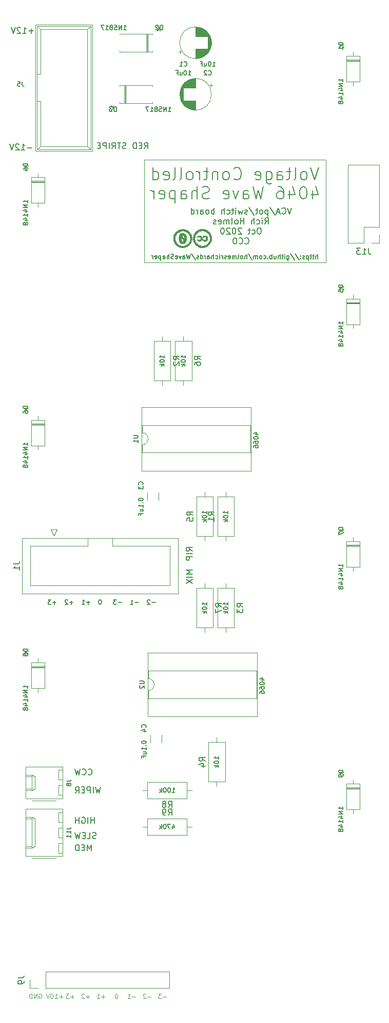
<source format=gbr>
%TF.GenerationSoftware,KiCad,Pcbnew,5.1.10-88a1d61d58~90~ubuntu20.04.1*%
%TF.CreationDate,2021-08-12T10:43:18-04:00*%
%TF.ProjectId,waveshaper,77617665-7368-4617-9065-722e6b696361,rev?*%
%TF.SameCoordinates,Original*%
%TF.FileFunction,Legend,Bot*%
%TF.FilePolarity,Positive*%
%FSLAX46Y46*%
G04 Gerber Fmt 4.6, Leading zero omitted, Abs format (unit mm)*
G04 Created by KiCad (PCBNEW 5.1.10-88a1d61d58~90~ubuntu20.04.1) date 2021-08-12 10:43:18*
%MOMM*%
%LPD*%
G01*
G04 APERTURE LIST*
%ADD10C,0.150000*%
%ADD11C,0.120000*%
%ADD12C,0.100000*%
%ADD13C,0.010000*%
G04 APERTURE END LIST*
D10*
X166160714Y-59089285D02*
X166160714Y-58339285D01*
X165839285Y-59089285D02*
X165839285Y-58696428D01*
X165875000Y-58625000D01*
X165946428Y-58589285D01*
X166053571Y-58589285D01*
X166125000Y-58625000D01*
X166160714Y-58660714D01*
X165589285Y-58589285D02*
X165303571Y-58589285D01*
X165482142Y-58339285D02*
X165482142Y-58982142D01*
X165446428Y-59053571D01*
X165375000Y-59089285D01*
X165303571Y-59089285D01*
X165160714Y-58589285D02*
X164875000Y-58589285D01*
X165053571Y-58339285D02*
X165053571Y-58982142D01*
X165017857Y-59053571D01*
X164946428Y-59089285D01*
X164875000Y-59089285D01*
X164625000Y-58589285D02*
X164625000Y-59339285D01*
X164625000Y-58625000D02*
X164553571Y-58589285D01*
X164410714Y-58589285D01*
X164339285Y-58625000D01*
X164303571Y-58660714D01*
X164267857Y-58732142D01*
X164267857Y-58946428D01*
X164303571Y-59017857D01*
X164339285Y-59053571D01*
X164410714Y-59089285D01*
X164553571Y-59089285D01*
X164625000Y-59053571D01*
X163982142Y-59053571D02*
X163910714Y-59089285D01*
X163767857Y-59089285D01*
X163696428Y-59053571D01*
X163660714Y-58982142D01*
X163660714Y-58946428D01*
X163696428Y-58875000D01*
X163767857Y-58839285D01*
X163875000Y-58839285D01*
X163946428Y-58803571D01*
X163982142Y-58732142D01*
X163982142Y-58696428D01*
X163946428Y-58625000D01*
X163875000Y-58589285D01*
X163767857Y-58589285D01*
X163696428Y-58625000D01*
X163339285Y-59017857D02*
X163303571Y-59053571D01*
X163339285Y-59089285D01*
X163375000Y-59053571D01*
X163339285Y-59017857D01*
X163339285Y-59089285D01*
X163339285Y-58625000D02*
X163303571Y-58660714D01*
X163339285Y-58696428D01*
X163375000Y-58660714D01*
X163339285Y-58625000D01*
X163339285Y-58696428D01*
X162446428Y-58303571D02*
X163089285Y-59267857D01*
X161660714Y-58303571D02*
X162303571Y-59267857D01*
X161089285Y-58589285D02*
X161089285Y-59196428D01*
X161124999Y-59267857D01*
X161160714Y-59303571D01*
X161232142Y-59339285D01*
X161339285Y-59339285D01*
X161410714Y-59303571D01*
X161089285Y-59053571D02*
X161160714Y-59089285D01*
X161303571Y-59089285D01*
X161374999Y-59053571D01*
X161410714Y-59017857D01*
X161446428Y-58946428D01*
X161446428Y-58732142D01*
X161410714Y-58660714D01*
X161374999Y-58625000D01*
X161303571Y-58589285D01*
X161160714Y-58589285D01*
X161089285Y-58625000D01*
X160732142Y-59089285D02*
X160732142Y-58589285D01*
X160732142Y-58339285D02*
X160767857Y-58375000D01*
X160732142Y-58410714D01*
X160696428Y-58375000D01*
X160732142Y-58339285D01*
X160732142Y-58410714D01*
X160482142Y-58589285D02*
X160196428Y-58589285D01*
X160374999Y-58339285D02*
X160374999Y-58982142D01*
X160339285Y-59053571D01*
X160267857Y-59089285D01*
X160196428Y-59089285D01*
X159946428Y-59089285D02*
X159946428Y-58339285D01*
X159624999Y-59089285D02*
X159624999Y-58696428D01*
X159660714Y-58625000D01*
X159732142Y-58589285D01*
X159839285Y-58589285D01*
X159910714Y-58625000D01*
X159946428Y-58660714D01*
X158946428Y-58589285D02*
X158946428Y-59089285D01*
X159267857Y-58589285D02*
X159267857Y-58982142D01*
X159232142Y-59053571D01*
X159160714Y-59089285D01*
X159053571Y-59089285D01*
X158982142Y-59053571D01*
X158946428Y-59017857D01*
X158589285Y-59089285D02*
X158589285Y-58339285D01*
X158589285Y-58625000D02*
X158517857Y-58589285D01*
X158374999Y-58589285D01*
X158303571Y-58625000D01*
X158267857Y-58660714D01*
X158232142Y-58732142D01*
X158232142Y-58946428D01*
X158267857Y-59017857D01*
X158303571Y-59053571D01*
X158374999Y-59089285D01*
X158517857Y-59089285D01*
X158589285Y-59053571D01*
X157910714Y-59017857D02*
X157874999Y-59053571D01*
X157910714Y-59089285D01*
X157946428Y-59053571D01*
X157910714Y-59017857D01*
X157910714Y-59089285D01*
X157232142Y-59053571D02*
X157303571Y-59089285D01*
X157446428Y-59089285D01*
X157517857Y-59053571D01*
X157553571Y-59017857D01*
X157589285Y-58946428D01*
X157589285Y-58732142D01*
X157553571Y-58660714D01*
X157517857Y-58625000D01*
X157446428Y-58589285D01*
X157303571Y-58589285D01*
X157232142Y-58625000D01*
X156803571Y-59089285D02*
X156874999Y-59053571D01*
X156910714Y-59017857D01*
X156946428Y-58946428D01*
X156946428Y-58732142D01*
X156910714Y-58660714D01*
X156874999Y-58625000D01*
X156803571Y-58589285D01*
X156696428Y-58589285D01*
X156624999Y-58625000D01*
X156589285Y-58660714D01*
X156553571Y-58732142D01*
X156553571Y-58946428D01*
X156589285Y-59017857D01*
X156624999Y-59053571D01*
X156696428Y-59089285D01*
X156803571Y-59089285D01*
X156232142Y-59089285D02*
X156232142Y-58589285D01*
X156232142Y-58660714D02*
X156196428Y-58625000D01*
X156124999Y-58589285D01*
X156017857Y-58589285D01*
X155946428Y-58625000D01*
X155910714Y-58696428D01*
X155910714Y-59089285D01*
X155910714Y-58696428D02*
X155874999Y-58625000D01*
X155803571Y-58589285D01*
X155696428Y-58589285D01*
X155624999Y-58625000D01*
X155589285Y-58696428D01*
X155589285Y-59089285D01*
X154696428Y-58303571D02*
X155339285Y-59267857D01*
X154446428Y-59089285D02*
X154446428Y-58339285D01*
X154124999Y-59089285D02*
X154124999Y-58696428D01*
X154160714Y-58625000D01*
X154232142Y-58589285D01*
X154339285Y-58589285D01*
X154410714Y-58625000D01*
X154446428Y-58660714D01*
X153660714Y-59089285D02*
X153732142Y-59053571D01*
X153767857Y-59017857D01*
X153803571Y-58946428D01*
X153803571Y-58732142D01*
X153767857Y-58660714D01*
X153732142Y-58625000D01*
X153660714Y-58589285D01*
X153553571Y-58589285D01*
X153482142Y-58625000D01*
X153446428Y-58660714D01*
X153410714Y-58732142D01*
X153410714Y-58946428D01*
X153446428Y-59017857D01*
X153482142Y-59053571D01*
X153553571Y-59089285D01*
X153660714Y-59089285D01*
X152982142Y-59089285D02*
X153053571Y-59053571D01*
X153089285Y-58982142D01*
X153089285Y-58339285D01*
X152696428Y-59089285D02*
X152696428Y-58589285D01*
X152696428Y-58660714D02*
X152660714Y-58625000D01*
X152589285Y-58589285D01*
X152482142Y-58589285D01*
X152410714Y-58625000D01*
X152374999Y-58696428D01*
X152374999Y-59089285D01*
X152374999Y-58696428D02*
X152339285Y-58625000D01*
X152267857Y-58589285D01*
X152160714Y-58589285D01*
X152089285Y-58625000D01*
X152053571Y-58696428D01*
X152053571Y-59089285D01*
X151410714Y-59053571D02*
X151482142Y-59089285D01*
X151624999Y-59089285D01*
X151696428Y-59053571D01*
X151732142Y-58982142D01*
X151732142Y-58696428D01*
X151696428Y-58625000D01*
X151624999Y-58589285D01*
X151482142Y-58589285D01*
X151410714Y-58625000D01*
X151374999Y-58696428D01*
X151374999Y-58767857D01*
X151732142Y-58839285D01*
X151089285Y-59053571D02*
X151017857Y-59089285D01*
X150874999Y-59089285D01*
X150803571Y-59053571D01*
X150767857Y-58982142D01*
X150767857Y-58946428D01*
X150803571Y-58875000D01*
X150874999Y-58839285D01*
X150982142Y-58839285D01*
X151053571Y-58803571D01*
X151089285Y-58732142D01*
X151089285Y-58696428D01*
X151053571Y-58625000D01*
X150982142Y-58589285D01*
X150874999Y-58589285D01*
X150803571Y-58625000D01*
X150446428Y-59089285D02*
X150446428Y-58589285D01*
X150446428Y-58732142D02*
X150410714Y-58660714D01*
X150374999Y-58625000D01*
X150303571Y-58589285D01*
X150232142Y-58589285D01*
X149982142Y-59089285D02*
X149982142Y-58589285D01*
X149982142Y-58339285D02*
X150017857Y-58375000D01*
X149982142Y-58410714D01*
X149946428Y-58375000D01*
X149982142Y-58339285D01*
X149982142Y-58410714D01*
X149303571Y-59053571D02*
X149374999Y-59089285D01*
X149517857Y-59089285D01*
X149589285Y-59053571D01*
X149624999Y-59017857D01*
X149660714Y-58946428D01*
X149660714Y-58732142D01*
X149624999Y-58660714D01*
X149589285Y-58625000D01*
X149517857Y-58589285D01*
X149374999Y-58589285D01*
X149303571Y-58625000D01*
X148982142Y-59089285D02*
X148982142Y-58339285D01*
X148660714Y-59089285D02*
X148660714Y-58696428D01*
X148696428Y-58625000D01*
X148767857Y-58589285D01*
X148874999Y-58589285D01*
X148946428Y-58625000D01*
X148982142Y-58660714D01*
X147982142Y-59089285D02*
X147982142Y-58696428D01*
X148017857Y-58625000D01*
X148089285Y-58589285D01*
X148232142Y-58589285D01*
X148303571Y-58625000D01*
X147982142Y-59053571D02*
X148053571Y-59089285D01*
X148232142Y-59089285D01*
X148303571Y-59053571D01*
X148339285Y-58982142D01*
X148339285Y-58910714D01*
X148303571Y-58839285D01*
X148232142Y-58803571D01*
X148053571Y-58803571D01*
X147982142Y-58767857D01*
X147624999Y-59089285D02*
X147624999Y-58589285D01*
X147624999Y-58732142D02*
X147589285Y-58660714D01*
X147553571Y-58625000D01*
X147482142Y-58589285D01*
X147410714Y-58589285D01*
X146839285Y-59089285D02*
X146839285Y-58339285D01*
X146839285Y-59053571D02*
X146910714Y-59089285D01*
X147053571Y-59089285D01*
X147124999Y-59053571D01*
X147160714Y-59017857D01*
X147196428Y-58946428D01*
X147196428Y-58732142D01*
X147160714Y-58660714D01*
X147124999Y-58625000D01*
X147053571Y-58589285D01*
X146910714Y-58589285D01*
X146839285Y-58625000D01*
X146517857Y-59053571D02*
X146446428Y-59089285D01*
X146303571Y-59089285D01*
X146232142Y-59053571D01*
X146196428Y-58982142D01*
X146196428Y-58946428D01*
X146232142Y-58875000D01*
X146303571Y-58839285D01*
X146410714Y-58839285D01*
X146482142Y-58803571D01*
X146517857Y-58732142D01*
X146517857Y-58696428D01*
X146482142Y-58625000D01*
X146410714Y-58589285D01*
X146303571Y-58589285D01*
X146232142Y-58625000D01*
X145339285Y-58303571D02*
X145982142Y-59267857D01*
X145160714Y-58339285D02*
X144982142Y-59089285D01*
X144839285Y-58553571D01*
X144696428Y-59089285D01*
X144517857Y-58339285D01*
X143910714Y-59089285D02*
X143910714Y-58696428D01*
X143946428Y-58625000D01*
X144017857Y-58589285D01*
X144160714Y-58589285D01*
X144232142Y-58625000D01*
X143910714Y-59053571D02*
X143982142Y-59089285D01*
X144160714Y-59089285D01*
X144232142Y-59053571D01*
X144267857Y-58982142D01*
X144267857Y-58910714D01*
X144232142Y-58839285D01*
X144160714Y-58803571D01*
X143982142Y-58803571D01*
X143910714Y-58767857D01*
X143624999Y-58589285D02*
X143446428Y-59089285D01*
X143267857Y-58589285D01*
X142696428Y-59053571D02*
X142767857Y-59089285D01*
X142910714Y-59089285D01*
X142982142Y-59053571D01*
X143017857Y-58982142D01*
X143017857Y-58696428D01*
X142982142Y-58625000D01*
X142910714Y-58589285D01*
X142767857Y-58589285D01*
X142696428Y-58625000D01*
X142660714Y-58696428D01*
X142660714Y-58767857D01*
X143017857Y-58839285D01*
X142374999Y-59053571D02*
X142267857Y-59089285D01*
X142089285Y-59089285D01*
X142017857Y-59053571D01*
X141982142Y-59017857D01*
X141946428Y-58946428D01*
X141946428Y-58875000D01*
X141982142Y-58803571D01*
X142017857Y-58767857D01*
X142089285Y-58732142D01*
X142232142Y-58696428D01*
X142303571Y-58660714D01*
X142339285Y-58625000D01*
X142374999Y-58553571D01*
X142374999Y-58482142D01*
X142339285Y-58410714D01*
X142303571Y-58375000D01*
X142232142Y-58339285D01*
X142053571Y-58339285D01*
X141946428Y-58375000D01*
X141624999Y-59089285D02*
X141624999Y-58339285D01*
X141303571Y-59089285D02*
X141303571Y-58696428D01*
X141339285Y-58625000D01*
X141410714Y-58589285D01*
X141517857Y-58589285D01*
X141589285Y-58625000D01*
X141624999Y-58660714D01*
X140624999Y-59089285D02*
X140624999Y-58696428D01*
X140660714Y-58625000D01*
X140732142Y-58589285D01*
X140874999Y-58589285D01*
X140946428Y-58625000D01*
X140624999Y-59053571D02*
X140696428Y-59089285D01*
X140874999Y-59089285D01*
X140946428Y-59053571D01*
X140982142Y-58982142D01*
X140982142Y-58910714D01*
X140946428Y-58839285D01*
X140874999Y-58803571D01*
X140696428Y-58803571D01*
X140624999Y-58767857D01*
X140267857Y-58589285D02*
X140267857Y-59339285D01*
X140267857Y-58625000D02*
X140196428Y-58589285D01*
X140053571Y-58589285D01*
X139982142Y-58625000D01*
X139946428Y-58660714D01*
X139910714Y-58732142D01*
X139910714Y-58946428D01*
X139946428Y-59017857D01*
X139982142Y-59053571D01*
X140053571Y-59089285D01*
X140196428Y-59089285D01*
X140267857Y-59053571D01*
X139303571Y-59053571D02*
X139374999Y-59089285D01*
X139517857Y-59089285D01*
X139589285Y-59053571D01*
X139624999Y-58982142D01*
X139624999Y-58696428D01*
X139589285Y-58625000D01*
X139517857Y-58589285D01*
X139374999Y-58589285D01*
X139303571Y-58625000D01*
X139267857Y-58696428D01*
X139267857Y-58767857D01*
X139624999Y-58839285D01*
X138946428Y-59089285D02*
X138946428Y-58589285D01*
X138946428Y-58732142D02*
X138910714Y-58660714D01*
X138874999Y-58625000D01*
X138803571Y-58589285D01*
X138732142Y-58589285D01*
D11*
X137500000Y-59750000D02*
X167500000Y-59750000D01*
D10*
X166309523Y-44079761D02*
X165642857Y-46079761D01*
X164976190Y-44079761D01*
X164023809Y-46079761D02*
X164214285Y-45984523D01*
X164309523Y-45889285D01*
X164404761Y-45698809D01*
X164404761Y-45127380D01*
X164309523Y-44936904D01*
X164214285Y-44841666D01*
X164023809Y-44746428D01*
X163738095Y-44746428D01*
X163547619Y-44841666D01*
X163452380Y-44936904D01*
X163357142Y-45127380D01*
X163357142Y-45698809D01*
X163452380Y-45889285D01*
X163547619Y-45984523D01*
X163738095Y-46079761D01*
X164023809Y-46079761D01*
X162214285Y-46079761D02*
X162404761Y-45984523D01*
X162500000Y-45794047D01*
X162500000Y-44079761D01*
X161738095Y-44746428D02*
X160976190Y-44746428D01*
X161452380Y-44079761D02*
X161452380Y-45794047D01*
X161357142Y-45984523D01*
X161166666Y-46079761D01*
X160976190Y-46079761D01*
X159452380Y-46079761D02*
X159452380Y-45032142D01*
X159547619Y-44841666D01*
X159738095Y-44746428D01*
X160119047Y-44746428D01*
X160309523Y-44841666D01*
X159452380Y-45984523D02*
X159642857Y-46079761D01*
X160119047Y-46079761D01*
X160309523Y-45984523D01*
X160404761Y-45794047D01*
X160404761Y-45603571D01*
X160309523Y-45413095D01*
X160119047Y-45317857D01*
X159642857Y-45317857D01*
X159452380Y-45222619D01*
X157642857Y-44746428D02*
X157642857Y-46365476D01*
X157738095Y-46555952D01*
X157833333Y-46651190D01*
X158023809Y-46746428D01*
X158309523Y-46746428D01*
X158500000Y-46651190D01*
X157642857Y-45984523D02*
X157833333Y-46079761D01*
X158214285Y-46079761D01*
X158404761Y-45984523D01*
X158500000Y-45889285D01*
X158595238Y-45698809D01*
X158595238Y-45127380D01*
X158500000Y-44936904D01*
X158404761Y-44841666D01*
X158214285Y-44746428D01*
X157833333Y-44746428D01*
X157642857Y-44841666D01*
X155928571Y-45984523D02*
X156119047Y-46079761D01*
X156500000Y-46079761D01*
X156690476Y-45984523D01*
X156785714Y-45794047D01*
X156785714Y-45032142D01*
X156690476Y-44841666D01*
X156500000Y-44746428D01*
X156119047Y-44746428D01*
X155928571Y-44841666D01*
X155833333Y-45032142D01*
X155833333Y-45222619D01*
X156785714Y-45413095D01*
X152309523Y-45889285D02*
X152404761Y-45984523D01*
X152690476Y-46079761D01*
X152880952Y-46079761D01*
X153166666Y-45984523D01*
X153357142Y-45794047D01*
X153452380Y-45603571D01*
X153547619Y-45222619D01*
X153547619Y-44936904D01*
X153452380Y-44555952D01*
X153357142Y-44365476D01*
X153166666Y-44175000D01*
X152880952Y-44079761D01*
X152690476Y-44079761D01*
X152404761Y-44175000D01*
X152309523Y-44270238D01*
X151166666Y-46079761D02*
X151357142Y-45984523D01*
X151452380Y-45889285D01*
X151547619Y-45698809D01*
X151547619Y-45127380D01*
X151452380Y-44936904D01*
X151357142Y-44841666D01*
X151166666Y-44746428D01*
X150880952Y-44746428D01*
X150690476Y-44841666D01*
X150595238Y-44936904D01*
X150500000Y-45127380D01*
X150500000Y-45698809D01*
X150595238Y-45889285D01*
X150690476Y-45984523D01*
X150880952Y-46079761D01*
X151166666Y-46079761D01*
X149642857Y-44746428D02*
X149642857Y-46079761D01*
X149642857Y-44936904D02*
X149547619Y-44841666D01*
X149357142Y-44746428D01*
X149071428Y-44746428D01*
X148880952Y-44841666D01*
X148785714Y-45032142D01*
X148785714Y-46079761D01*
X148119047Y-44746428D02*
X147357142Y-44746428D01*
X147833333Y-44079761D02*
X147833333Y-45794047D01*
X147738095Y-45984523D01*
X147547619Y-46079761D01*
X147357142Y-46079761D01*
X146690476Y-46079761D02*
X146690476Y-44746428D01*
X146690476Y-45127380D02*
X146595238Y-44936904D01*
X146500000Y-44841666D01*
X146309523Y-44746428D01*
X146119047Y-44746428D01*
X145166666Y-46079761D02*
X145357142Y-45984523D01*
X145452380Y-45889285D01*
X145547619Y-45698809D01*
X145547619Y-45127380D01*
X145452380Y-44936904D01*
X145357142Y-44841666D01*
X145166666Y-44746428D01*
X144880952Y-44746428D01*
X144690476Y-44841666D01*
X144595238Y-44936904D01*
X144500000Y-45127380D01*
X144500000Y-45698809D01*
X144595238Y-45889285D01*
X144690476Y-45984523D01*
X144880952Y-46079761D01*
X145166666Y-46079761D01*
X143357142Y-46079761D02*
X143547619Y-45984523D01*
X143642857Y-45794047D01*
X143642857Y-44079761D01*
X142309523Y-46079761D02*
X142500000Y-45984523D01*
X142595238Y-45794047D01*
X142595238Y-44079761D01*
X140785714Y-45984523D02*
X140976190Y-46079761D01*
X141357142Y-46079761D01*
X141547619Y-45984523D01*
X141642857Y-45794047D01*
X141642857Y-45032142D01*
X141547619Y-44841666D01*
X141357142Y-44746428D01*
X140976190Y-44746428D01*
X140785714Y-44841666D01*
X140690476Y-45032142D01*
X140690476Y-45222619D01*
X141642857Y-45413095D01*
X138976190Y-46079761D02*
X138976190Y-44079761D01*
X138976190Y-45984523D02*
X139166666Y-46079761D01*
X139547619Y-46079761D01*
X139738095Y-45984523D01*
X139833333Y-45889285D01*
X139928571Y-45698809D01*
X139928571Y-45127380D01*
X139833333Y-44936904D01*
X139738095Y-44841666D01*
X139547619Y-44746428D01*
X139166666Y-44746428D01*
X138976190Y-44841666D01*
X165309523Y-47896428D02*
X165309523Y-49229761D01*
X165785714Y-47134523D02*
X166261904Y-48563095D01*
X165023809Y-48563095D01*
X163880952Y-47229761D02*
X163690476Y-47229761D01*
X163500000Y-47325000D01*
X163404761Y-47420238D01*
X163309523Y-47610714D01*
X163214285Y-47991666D01*
X163214285Y-48467857D01*
X163309523Y-48848809D01*
X163404761Y-49039285D01*
X163500000Y-49134523D01*
X163690476Y-49229761D01*
X163880952Y-49229761D01*
X164071428Y-49134523D01*
X164166666Y-49039285D01*
X164261904Y-48848809D01*
X164357142Y-48467857D01*
X164357142Y-47991666D01*
X164261904Y-47610714D01*
X164166666Y-47420238D01*
X164071428Y-47325000D01*
X163880952Y-47229761D01*
X161500000Y-47896428D02*
X161500000Y-49229761D01*
X161976190Y-47134523D02*
X162452380Y-48563095D01*
X161214285Y-48563095D01*
X159595238Y-47229761D02*
X159976190Y-47229761D01*
X160166666Y-47325000D01*
X160261904Y-47420238D01*
X160452380Y-47705952D01*
X160547619Y-48086904D01*
X160547619Y-48848809D01*
X160452380Y-49039285D01*
X160357142Y-49134523D01*
X160166666Y-49229761D01*
X159785714Y-49229761D01*
X159595238Y-49134523D01*
X159500000Y-49039285D01*
X159404761Y-48848809D01*
X159404761Y-48372619D01*
X159500000Y-48182142D01*
X159595238Y-48086904D01*
X159785714Y-47991666D01*
X160166666Y-47991666D01*
X160357142Y-48086904D01*
X160452380Y-48182142D01*
X160547619Y-48372619D01*
X157214285Y-47229761D02*
X156738095Y-49229761D01*
X156357142Y-47801190D01*
X155976190Y-49229761D01*
X155500000Y-47229761D01*
X153880952Y-49229761D02*
X153880952Y-48182142D01*
X153976190Y-47991666D01*
X154166666Y-47896428D01*
X154547619Y-47896428D01*
X154738095Y-47991666D01*
X153880952Y-49134523D02*
X154071428Y-49229761D01*
X154547619Y-49229761D01*
X154738095Y-49134523D01*
X154833333Y-48944047D01*
X154833333Y-48753571D01*
X154738095Y-48563095D01*
X154547619Y-48467857D01*
X154071428Y-48467857D01*
X153880952Y-48372619D01*
X153119047Y-47896428D02*
X152642857Y-49229761D01*
X152166666Y-47896428D01*
X150642857Y-49134523D02*
X150833333Y-49229761D01*
X151214285Y-49229761D01*
X151404761Y-49134523D01*
X151500000Y-48944047D01*
X151500000Y-48182142D01*
X151404761Y-47991666D01*
X151214285Y-47896428D01*
X150833333Y-47896428D01*
X150642857Y-47991666D01*
X150547619Y-48182142D01*
X150547619Y-48372619D01*
X151500000Y-48563095D01*
X148261904Y-49134523D02*
X147976190Y-49229761D01*
X147500000Y-49229761D01*
X147309523Y-49134523D01*
X147214285Y-49039285D01*
X147119047Y-48848809D01*
X147119047Y-48658333D01*
X147214285Y-48467857D01*
X147309523Y-48372619D01*
X147500000Y-48277380D01*
X147880952Y-48182142D01*
X148071428Y-48086904D01*
X148166666Y-47991666D01*
X148261904Y-47801190D01*
X148261904Y-47610714D01*
X148166666Y-47420238D01*
X148071428Y-47325000D01*
X147880952Y-47229761D01*
X147404761Y-47229761D01*
X147119047Y-47325000D01*
X146261904Y-49229761D02*
X146261904Y-47229761D01*
X145404761Y-49229761D02*
X145404761Y-48182142D01*
X145500000Y-47991666D01*
X145690476Y-47896428D01*
X145976190Y-47896428D01*
X146166666Y-47991666D01*
X146261904Y-48086904D01*
X143595238Y-49229761D02*
X143595238Y-48182142D01*
X143690476Y-47991666D01*
X143880952Y-47896428D01*
X144261904Y-47896428D01*
X144452380Y-47991666D01*
X143595238Y-49134523D02*
X143785714Y-49229761D01*
X144261904Y-49229761D01*
X144452380Y-49134523D01*
X144547619Y-48944047D01*
X144547619Y-48753571D01*
X144452380Y-48563095D01*
X144261904Y-48467857D01*
X143785714Y-48467857D01*
X143595238Y-48372619D01*
X142642857Y-47896428D02*
X142642857Y-49896428D01*
X142642857Y-47991666D02*
X142452380Y-47896428D01*
X142071428Y-47896428D01*
X141880952Y-47991666D01*
X141785714Y-48086904D01*
X141690476Y-48277380D01*
X141690476Y-48848809D01*
X141785714Y-49039285D01*
X141880952Y-49134523D01*
X142071428Y-49229761D01*
X142452380Y-49229761D01*
X142642857Y-49134523D01*
X140071428Y-49134523D02*
X140261904Y-49229761D01*
X140642857Y-49229761D01*
X140833333Y-49134523D01*
X140928571Y-48944047D01*
X140928571Y-48182142D01*
X140833333Y-47991666D01*
X140642857Y-47896428D01*
X140261904Y-47896428D01*
X140071428Y-47991666D01*
X139976190Y-48182142D01*
X139976190Y-48372619D01*
X140928571Y-48563095D01*
X139119047Y-49229761D02*
X139119047Y-47896428D01*
X139119047Y-48277380D02*
X139023809Y-48086904D01*
X138928571Y-47991666D01*
X138738095Y-47896428D01*
X138547619Y-47896428D01*
D12*
X125952857Y-180758571D02*
X125381428Y-180758571D01*
X125667142Y-181044285D02*
X125667142Y-180472857D01*
X125095714Y-180294285D02*
X124631428Y-180294285D01*
X124881428Y-180580000D01*
X124774285Y-180580000D01*
X124702857Y-180615714D01*
X124667142Y-180651428D01*
X124631428Y-180722857D01*
X124631428Y-180901428D01*
X124667142Y-180972857D01*
X124702857Y-181008571D01*
X124774285Y-181044285D01*
X124988571Y-181044285D01*
X125060000Y-181008571D01*
X125095714Y-180972857D01*
X124091428Y-180758571D02*
X123520000Y-180758571D01*
X123805714Y-181044285D02*
X123805714Y-180472857D01*
X122770000Y-181044285D02*
X123198571Y-181044285D01*
X122984285Y-181044285D02*
X122984285Y-180294285D01*
X123055714Y-180401428D01*
X123127142Y-180472857D01*
X123198571Y-180508571D01*
X122305714Y-180294285D02*
X122234285Y-180294285D01*
X122162857Y-180330000D01*
X122127142Y-180365714D01*
X122091428Y-180437142D01*
X122055714Y-180580000D01*
X122055714Y-180758571D01*
X122091428Y-180901428D01*
X122127142Y-180972857D01*
X122162857Y-181008571D01*
X122234285Y-181044285D01*
X122305714Y-181044285D01*
X122377142Y-181008571D01*
X122412857Y-180972857D01*
X122448571Y-180901428D01*
X122484285Y-180758571D01*
X122484285Y-180580000D01*
X122448571Y-180437142D01*
X122412857Y-180365714D01*
X122377142Y-180330000D01*
X122305714Y-180294285D01*
X121841428Y-180294285D02*
X121591428Y-181044285D01*
X121341428Y-180294285D01*
X132965714Y-180294285D02*
X132894285Y-180294285D01*
X132822857Y-180330000D01*
X132787142Y-180365714D01*
X132751428Y-180437142D01*
X132715714Y-180580000D01*
X132715714Y-180758571D01*
X132751428Y-180901428D01*
X132787142Y-180972857D01*
X132822857Y-181008571D01*
X132894285Y-181044285D01*
X132965714Y-181044285D01*
X133037142Y-181008571D01*
X133072857Y-180972857D01*
X133108571Y-180901428D01*
X133144285Y-180758571D01*
X133144285Y-180580000D01*
X133108571Y-180437142D01*
X133072857Y-180365714D01*
X133037142Y-180330000D01*
X132965714Y-180294285D01*
X131032857Y-180758571D02*
X130461428Y-180758571D01*
X130747142Y-181044285D02*
X130747142Y-180472857D01*
X129711428Y-181044285D02*
X130140000Y-181044285D01*
X129925714Y-181044285D02*
X129925714Y-180294285D01*
X129997142Y-180401428D01*
X130068571Y-180472857D01*
X130140000Y-180508571D01*
X136112857Y-180758571D02*
X135541428Y-180758571D01*
X134791428Y-181044285D02*
X135220000Y-181044285D01*
X135005714Y-181044285D02*
X135005714Y-180294285D01*
X135077142Y-180401428D01*
X135148571Y-180472857D01*
X135220000Y-180508571D01*
X138652857Y-180758571D02*
X138081428Y-180758571D01*
X137760000Y-180365714D02*
X137724285Y-180330000D01*
X137652857Y-180294285D01*
X137474285Y-180294285D01*
X137402857Y-180330000D01*
X137367142Y-180365714D01*
X137331428Y-180437142D01*
X137331428Y-180508571D01*
X137367142Y-180615714D01*
X137795714Y-181044285D01*
X137331428Y-181044285D01*
X141192857Y-180758571D02*
X140621428Y-180758571D01*
X140335714Y-180294285D02*
X139871428Y-180294285D01*
X140121428Y-180580000D01*
X140014285Y-180580000D01*
X139942857Y-180615714D01*
X139907142Y-180651428D01*
X139871428Y-180722857D01*
X139871428Y-180901428D01*
X139907142Y-180972857D01*
X139942857Y-181008571D01*
X140014285Y-181044285D01*
X140228571Y-181044285D01*
X140300000Y-181008571D01*
X140335714Y-180972857D01*
X120166428Y-180330000D02*
X120237857Y-180294285D01*
X120345000Y-180294285D01*
X120452142Y-180330000D01*
X120523571Y-180401428D01*
X120559285Y-180472857D01*
X120595000Y-180615714D01*
X120595000Y-180722857D01*
X120559285Y-180865714D01*
X120523571Y-180937142D01*
X120452142Y-181008571D01*
X120345000Y-181044285D01*
X120273571Y-181044285D01*
X120166428Y-181008571D01*
X120130714Y-180972857D01*
X120130714Y-180722857D01*
X120273571Y-180722857D01*
X119809285Y-181044285D02*
X119809285Y-180294285D01*
X119380714Y-181044285D01*
X119380714Y-180294285D01*
X119023571Y-181044285D02*
X119023571Y-180294285D01*
X118845000Y-180294285D01*
X118737857Y-180330000D01*
X118666428Y-180401428D01*
X118630714Y-180472857D01*
X118595000Y-180615714D01*
X118595000Y-180722857D01*
X118630714Y-180865714D01*
X118666428Y-180937142D01*
X118737857Y-181008571D01*
X118845000Y-181044285D01*
X119023571Y-181044285D01*
X128492857Y-180758571D02*
X127921428Y-180758571D01*
X128207142Y-181044285D02*
X128207142Y-180472857D01*
X127600000Y-180365714D02*
X127564285Y-180330000D01*
X127492857Y-180294285D01*
X127314285Y-180294285D01*
X127242857Y-180330000D01*
X127207142Y-180365714D01*
X127171428Y-180437142D01*
X127171428Y-180508571D01*
X127207142Y-180615714D01*
X127635714Y-181044285D01*
X127171428Y-181044285D01*
D10*
X145452380Y-110452380D02*
X144452380Y-110452380D01*
X145166666Y-110785714D01*
X144452380Y-111119047D01*
X145452380Y-111119047D01*
X145452380Y-111595238D02*
X144452380Y-111595238D01*
X144452380Y-111976190D02*
X145452380Y-112642857D01*
X144452380Y-112642857D02*
X145452380Y-111976190D01*
X145452380Y-107321428D02*
X144976190Y-106988095D01*
X145452380Y-106750000D02*
X144452380Y-106750000D01*
X144452380Y-107130952D01*
X144500000Y-107226190D01*
X144547619Y-107273809D01*
X144642857Y-107321428D01*
X144785714Y-107321428D01*
X144880952Y-107273809D01*
X144928571Y-107226190D01*
X144976190Y-107130952D01*
X144976190Y-106750000D01*
X145452380Y-107750000D02*
X144452380Y-107750000D01*
X145452380Y-108226190D02*
X144452380Y-108226190D01*
X144452380Y-108607142D01*
X144500000Y-108702380D01*
X144547619Y-108750000D01*
X144642857Y-108797619D01*
X144785714Y-108797619D01*
X144880952Y-108750000D01*
X144928571Y-108702380D01*
X144976190Y-108607142D01*
X144976190Y-108226190D01*
X139357142Y-115803571D02*
X138785714Y-115803571D01*
X138464285Y-115410714D02*
X138428571Y-115375000D01*
X138357142Y-115339285D01*
X138178571Y-115339285D01*
X138107142Y-115375000D01*
X138071428Y-115410714D01*
X138035714Y-115482142D01*
X138035714Y-115553571D01*
X138071428Y-115660714D01*
X138500000Y-116089285D01*
X138035714Y-116089285D01*
X136571428Y-115803571D02*
X136000000Y-115803571D01*
X135250000Y-116089285D02*
X135678571Y-116089285D01*
X135464285Y-116089285D02*
X135464285Y-115339285D01*
X135535714Y-115446428D01*
X135607142Y-115517857D01*
X135678571Y-115553571D01*
X133785714Y-115803571D02*
X133214285Y-115803571D01*
X132928571Y-115339285D02*
X132464285Y-115339285D01*
X132714285Y-115625000D01*
X132607142Y-115625000D01*
X132535714Y-115660714D01*
X132500000Y-115696428D01*
X132464285Y-115767857D01*
X132464285Y-115946428D01*
X132500000Y-116017857D01*
X132535714Y-116053571D01*
X132607142Y-116089285D01*
X132821428Y-116089285D01*
X132892857Y-116053571D01*
X132928571Y-116017857D01*
X130285714Y-115339285D02*
X130214285Y-115339285D01*
X130142857Y-115375000D01*
X130107142Y-115410714D01*
X130071428Y-115482142D01*
X130035714Y-115625000D01*
X130035714Y-115803571D01*
X130071428Y-115946428D01*
X130107142Y-116017857D01*
X130142857Y-116053571D01*
X130214285Y-116089285D01*
X130285714Y-116089285D01*
X130357142Y-116053571D01*
X130392857Y-116017857D01*
X130428571Y-115946428D01*
X130464285Y-115803571D01*
X130464285Y-115625000D01*
X130428571Y-115482142D01*
X130392857Y-115410714D01*
X130357142Y-115375000D01*
X130285714Y-115339285D01*
X128571428Y-115803571D02*
X128000000Y-115803571D01*
X128285714Y-116089285D02*
X128285714Y-115517857D01*
X127250000Y-116089285D02*
X127678571Y-116089285D01*
X127464285Y-116089285D02*
X127464285Y-115339285D01*
X127535714Y-115446428D01*
X127607142Y-115517857D01*
X127678571Y-115553571D01*
X125785714Y-115803571D02*
X125214285Y-115803571D01*
X125500000Y-116089285D02*
X125500000Y-115517857D01*
X124892857Y-115410714D02*
X124857142Y-115375000D01*
X124785714Y-115339285D01*
X124607142Y-115339285D01*
X124535714Y-115375000D01*
X124500000Y-115410714D01*
X124464285Y-115482142D01*
X124464285Y-115553571D01*
X124500000Y-115660714D01*
X124928571Y-116089285D01*
X124464285Y-116089285D01*
X123000000Y-115803571D02*
X122428571Y-115803571D01*
X122714285Y-116089285D02*
X122714285Y-115517857D01*
X122142857Y-115339285D02*
X121678571Y-115339285D01*
X121928571Y-115625000D01*
X121821428Y-115625000D01*
X121750000Y-115660714D01*
X121714285Y-115696428D01*
X121678571Y-115767857D01*
X121678571Y-115946428D01*
X121714285Y-116017857D01*
X121750000Y-116053571D01*
X121821428Y-116089285D01*
X122035714Y-116089285D01*
X122107142Y-116053571D01*
X122142857Y-116017857D01*
X129309524Y-152202380D02*
X129309524Y-151202380D01*
X129309524Y-151678571D02*
X128738095Y-151678571D01*
X128738095Y-152202380D02*
X128738095Y-151202380D01*
X128261905Y-152202380D02*
X128261905Y-151202380D01*
X127261905Y-151250000D02*
X127357143Y-151202380D01*
X127500000Y-151202380D01*
X127642857Y-151250000D01*
X127738095Y-151345238D01*
X127785714Y-151440476D01*
X127833333Y-151630952D01*
X127833333Y-151773809D01*
X127785714Y-151964285D01*
X127738095Y-152059523D01*
X127642857Y-152154761D01*
X127500000Y-152202380D01*
X127404762Y-152202380D01*
X127261905Y-152154761D01*
X127214285Y-152107142D01*
X127214285Y-151773809D01*
X127404762Y-151773809D01*
X126785714Y-152202380D02*
X126785714Y-151202380D01*
X126785714Y-151678571D02*
X126214285Y-151678571D01*
X126214285Y-152202380D02*
X126214285Y-151202380D01*
X129595238Y-154654761D02*
X129452381Y-154702380D01*
X129214286Y-154702380D01*
X129119048Y-154654761D01*
X129071429Y-154607142D01*
X129023810Y-154511904D01*
X129023810Y-154416666D01*
X129071429Y-154321428D01*
X129119048Y-154273809D01*
X129214286Y-154226190D01*
X129404762Y-154178571D01*
X129500000Y-154130952D01*
X129547619Y-154083333D01*
X129595238Y-153988095D01*
X129595238Y-153892857D01*
X129547619Y-153797619D01*
X129500000Y-153750000D01*
X129404762Y-153702380D01*
X129166667Y-153702380D01*
X129023810Y-153750000D01*
X128119048Y-154702380D02*
X128595238Y-154702380D01*
X128595238Y-153702380D01*
X127785714Y-154178571D02*
X127452381Y-154178571D01*
X127309524Y-154702380D02*
X127785714Y-154702380D01*
X127785714Y-153702380D01*
X127309524Y-153702380D01*
X126976191Y-153702380D02*
X126738095Y-154702380D01*
X126547619Y-153988095D01*
X126357143Y-154702380D01*
X126119048Y-153702380D01*
X128785714Y-156702380D02*
X128785714Y-155702380D01*
X128452380Y-156416666D01*
X128119047Y-155702380D01*
X128119047Y-156702380D01*
X127642857Y-156178571D02*
X127309523Y-156178571D01*
X127166666Y-156702380D02*
X127642857Y-156702380D01*
X127642857Y-155702380D01*
X127166666Y-155702380D01*
X126738095Y-156702380D02*
X126738095Y-155702380D01*
X126500000Y-155702380D01*
X126357142Y-155750000D01*
X126261904Y-155845238D01*
X126214285Y-155940476D01*
X126166666Y-156130952D01*
X126166666Y-156273809D01*
X126214285Y-156464285D01*
X126261904Y-156559523D01*
X126357142Y-156654761D01*
X126500000Y-156702380D01*
X126738095Y-156702380D01*
X130357143Y-146202380D02*
X130119048Y-147202380D01*
X129928572Y-146488095D01*
X129738096Y-147202380D01*
X129500000Y-146202380D01*
X129119048Y-147202380D02*
X129119048Y-146202380D01*
X128642857Y-147202380D02*
X128642857Y-146202380D01*
X128261905Y-146202380D01*
X128166667Y-146250000D01*
X128119048Y-146297619D01*
X128071429Y-146392857D01*
X128071429Y-146535714D01*
X128119048Y-146630952D01*
X128166667Y-146678571D01*
X128261905Y-146726190D01*
X128642857Y-146726190D01*
X127642857Y-146678571D02*
X127309524Y-146678571D01*
X127166667Y-147202380D02*
X127642857Y-147202380D01*
X127642857Y-146202380D01*
X127166667Y-146202380D01*
X126166667Y-147202380D02*
X126500000Y-146726190D01*
X126738096Y-147202380D02*
X126738096Y-146202380D01*
X126357143Y-146202380D01*
X126261905Y-146250000D01*
X126214286Y-146297619D01*
X126166667Y-146392857D01*
X126166667Y-146535714D01*
X126214286Y-146630952D01*
X126261905Y-146678571D01*
X126357143Y-146726190D01*
X126738096Y-146726190D01*
X128309523Y-144107142D02*
X128357142Y-144154761D01*
X128499999Y-144202380D01*
X128595238Y-144202380D01*
X128738095Y-144154761D01*
X128833333Y-144059523D01*
X128880952Y-143964285D01*
X128928571Y-143773809D01*
X128928571Y-143630952D01*
X128880952Y-143440476D01*
X128833333Y-143345238D01*
X128738095Y-143250000D01*
X128595238Y-143202380D01*
X128499999Y-143202380D01*
X128357142Y-143250000D01*
X128309523Y-143297619D01*
X127309523Y-144107142D02*
X127357142Y-144154761D01*
X127499999Y-144202380D01*
X127595238Y-144202380D01*
X127738095Y-144154761D01*
X127833333Y-144059523D01*
X127880952Y-143964285D01*
X127928571Y-143773809D01*
X127928571Y-143630952D01*
X127880952Y-143440476D01*
X127833333Y-143345238D01*
X127738095Y-143250000D01*
X127595238Y-143202380D01*
X127499999Y-143202380D01*
X127357142Y-143250000D01*
X127309523Y-143297619D01*
X126976190Y-143202380D02*
X126738095Y-144202380D01*
X126547619Y-143488095D01*
X126357142Y-144202380D01*
X126119047Y-143202380D01*
X161833333Y-50727380D02*
X161500000Y-51727380D01*
X161166666Y-50727380D01*
X160261904Y-51632142D02*
X160309523Y-51679761D01*
X160452380Y-51727380D01*
X160547619Y-51727380D01*
X160690476Y-51679761D01*
X160785714Y-51584523D01*
X160833333Y-51489285D01*
X160880952Y-51298809D01*
X160880952Y-51155952D01*
X160833333Y-50965476D01*
X160785714Y-50870238D01*
X160690476Y-50775000D01*
X160547619Y-50727380D01*
X160452380Y-50727380D01*
X160309523Y-50775000D01*
X160261904Y-50822619D01*
X159880952Y-51441666D02*
X159404761Y-51441666D01*
X159976190Y-51727380D02*
X159642857Y-50727380D01*
X159309523Y-51727380D01*
X158261904Y-50679761D02*
X159119047Y-51965476D01*
X157928571Y-51060714D02*
X157928571Y-52060714D01*
X157928571Y-51108333D02*
X157833333Y-51060714D01*
X157642857Y-51060714D01*
X157547619Y-51108333D01*
X157500000Y-51155952D01*
X157452380Y-51251190D01*
X157452380Y-51536904D01*
X157500000Y-51632142D01*
X157547619Y-51679761D01*
X157642857Y-51727380D01*
X157833333Y-51727380D01*
X157928571Y-51679761D01*
X156880952Y-51727380D02*
X156976190Y-51679761D01*
X157023809Y-51632142D01*
X157071428Y-51536904D01*
X157071428Y-51251190D01*
X157023809Y-51155952D01*
X156976190Y-51108333D01*
X156880952Y-51060714D01*
X156738095Y-51060714D01*
X156642857Y-51108333D01*
X156595238Y-51155952D01*
X156547619Y-51251190D01*
X156547619Y-51536904D01*
X156595238Y-51632142D01*
X156642857Y-51679761D01*
X156738095Y-51727380D01*
X156880952Y-51727380D01*
X156261904Y-51060714D02*
X155880952Y-51060714D01*
X156119047Y-50727380D02*
X156119047Y-51584523D01*
X156071428Y-51679761D01*
X155976190Y-51727380D01*
X155880952Y-51727380D01*
X154833333Y-50679761D02*
X155690476Y-51965476D01*
X154547619Y-51679761D02*
X154452380Y-51727380D01*
X154261904Y-51727380D01*
X154166666Y-51679761D01*
X154119047Y-51584523D01*
X154119047Y-51536904D01*
X154166666Y-51441666D01*
X154261904Y-51394047D01*
X154404761Y-51394047D01*
X154500000Y-51346428D01*
X154547619Y-51251190D01*
X154547619Y-51203571D01*
X154500000Y-51108333D01*
X154404761Y-51060714D01*
X154261904Y-51060714D01*
X154166666Y-51108333D01*
X153785714Y-51060714D02*
X153595238Y-51727380D01*
X153404761Y-51251190D01*
X153214285Y-51727380D01*
X153023809Y-51060714D01*
X152642857Y-51727380D02*
X152642857Y-51060714D01*
X152642857Y-50727380D02*
X152690476Y-50775000D01*
X152642857Y-50822619D01*
X152595238Y-50775000D01*
X152642857Y-50727380D01*
X152642857Y-50822619D01*
X152309523Y-51060714D02*
X151928571Y-51060714D01*
X152166666Y-50727380D02*
X152166666Y-51584523D01*
X152119047Y-51679761D01*
X152023809Y-51727380D01*
X151928571Y-51727380D01*
X151166666Y-51679761D02*
X151261904Y-51727380D01*
X151452380Y-51727380D01*
X151547619Y-51679761D01*
X151595238Y-51632142D01*
X151642857Y-51536904D01*
X151642857Y-51251190D01*
X151595238Y-51155952D01*
X151547619Y-51108333D01*
X151452380Y-51060714D01*
X151261904Y-51060714D01*
X151166666Y-51108333D01*
X150738095Y-51727380D02*
X150738095Y-50727380D01*
X150309523Y-51727380D02*
X150309523Y-51203571D01*
X150357142Y-51108333D01*
X150452380Y-51060714D01*
X150595238Y-51060714D01*
X150690476Y-51108333D01*
X150738095Y-51155952D01*
X149071428Y-51727380D02*
X149071428Y-50727380D01*
X149071428Y-51108333D02*
X148976190Y-51060714D01*
X148785714Y-51060714D01*
X148690476Y-51108333D01*
X148642857Y-51155952D01*
X148595238Y-51251190D01*
X148595238Y-51536904D01*
X148642857Y-51632142D01*
X148690476Y-51679761D01*
X148785714Y-51727380D01*
X148976190Y-51727380D01*
X149071428Y-51679761D01*
X148023809Y-51727380D02*
X148119047Y-51679761D01*
X148166666Y-51632142D01*
X148214285Y-51536904D01*
X148214285Y-51251190D01*
X148166666Y-51155952D01*
X148119047Y-51108333D01*
X148023809Y-51060714D01*
X147880952Y-51060714D01*
X147785714Y-51108333D01*
X147738095Y-51155952D01*
X147690476Y-51251190D01*
X147690476Y-51536904D01*
X147738095Y-51632142D01*
X147785714Y-51679761D01*
X147880952Y-51727380D01*
X148023809Y-51727380D01*
X146833333Y-51727380D02*
X146833333Y-51203571D01*
X146880952Y-51108333D01*
X146976190Y-51060714D01*
X147166666Y-51060714D01*
X147261904Y-51108333D01*
X146833333Y-51679761D02*
X146928571Y-51727380D01*
X147166666Y-51727380D01*
X147261904Y-51679761D01*
X147309523Y-51584523D01*
X147309523Y-51489285D01*
X147261904Y-51394047D01*
X147166666Y-51346428D01*
X146928571Y-51346428D01*
X146833333Y-51298809D01*
X146357142Y-51727380D02*
X146357142Y-51060714D01*
X146357142Y-51251190D02*
X146309523Y-51155952D01*
X146261904Y-51108333D01*
X146166666Y-51060714D01*
X146071428Y-51060714D01*
X145309523Y-51727380D02*
X145309523Y-50727380D01*
X145309523Y-51679761D02*
X145404761Y-51727380D01*
X145595238Y-51727380D01*
X145690476Y-51679761D01*
X145738095Y-51632142D01*
X145785714Y-51536904D01*
X145785714Y-51251190D01*
X145738095Y-51155952D01*
X145690476Y-51108333D01*
X145595238Y-51060714D01*
X145404761Y-51060714D01*
X145309523Y-51108333D01*
X157428571Y-53377380D02*
X157761904Y-52901190D01*
X158000000Y-53377380D02*
X158000000Y-52377380D01*
X157619047Y-52377380D01*
X157523809Y-52425000D01*
X157476190Y-52472619D01*
X157428571Y-52567857D01*
X157428571Y-52710714D01*
X157476190Y-52805952D01*
X157523809Y-52853571D01*
X157619047Y-52901190D01*
X158000000Y-52901190D01*
X157000000Y-53377380D02*
X157000000Y-52710714D01*
X157000000Y-52377380D02*
X157047619Y-52425000D01*
X157000000Y-52472619D01*
X156952380Y-52425000D01*
X157000000Y-52377380D01*
X157000000Y-52472619D01*
X156095238Y-53329761D02*
X156190476Y-53377380D01*
X156380952Y-53377380D01*
X156476190Y-53329761D01*
X156523809Y-53282142D01*
X156571428Y-53186904D01*
X156571428Y-52901190D01*
X156523809Y-52805952D01*
X156476190Y-52758333D01*
X156380952Y-52710714D01*
X156190476Y-52710714D01*
X156095238Y-52758333D01*
X155666666Y-53377380D02*
X155666666Y-52377380D01*
X155238095Y-53377380D02*
X155238095Y-52853571D01*
X155285714Y-52758333D01*
X155380952Y-52710714D01*
X155523809Y-52710714D01*
X155619047Y-52758333D01*
X155666666Y-52805952D01*
X154000000Y-53377380D02*
X154000000Y-52377380D01*
X154000000Y-52853571D02*
X153428571Y-52853571D01*
X153428571Y-53377380D02*
X153428571Y-52377380D01*
X152809523Y-53377380D02*
X152904761Y-53329761D01*
X152952380Y-53282142D01*
X153000000Y-53186904D01*
X153000000Y-52901190D01*
X152952380Y-52805952D01*
X152904761Y-52758333D01*
X152809523Y-52710714D01*
X152666666Y-52710714D01*
X152571428Y-52758333D01*
X152523809Y-52805952D01*
X152476190Y-52901190D01*
X152476190Y-53186904D01*
X152523809Y-53282142D01*
X152571428Y-53329761D01*
X152666666Y-53377380D01*
X152809523Y-53377380D01*
X151904761Y-53377380D02*
X152000000Y-53329761D01*
X152047619Y-53234523D01*
X152047619Y-52377380D01*
X151523809Y-53377380D02*
X151523809Y-52710714D01*
X151523809Y-52805952D02*
X151476190Y-52758333D01*
X151380952Y-52710714D01*
X151238095Y-52710714D01*
X151142857Y-52758333D01*
X151095238Y-52853571D01*
X151095238Y-53377380D01*
X151095238Y-52853571D02*
X151047619Y-52758333D01*
X150952380Y-52710714D01*
X150809523Y-52710714D01*
X150714285Y-52758333D01*
X150666666Y-52853571D01*
X150666666Y-53377380D01*
X149809523Y-53329761D02*
X149904761Y-53377380D01*
X150095238Y-53377380D01*
X150190476Y-53329761D01*
X150238095Y-53234523D01*
X150238095Y-52853571D01*
X150190476Y-52758333D01*
X150095238Y-52710714D01*
X149904761Y-52710714D01*
X149809523Y-52758333D01*
X149761904Y-52853571D01*
X149761904Y-52948809D01*
X150238095Y-53044047D01*
X149380952Y-53329761D02*
X149285714Y-53377380D01*
X149095238Y-53377380D01*
X149000000Y-53329761D01*
X148952380Y-53234523D01*
X148952380Y-53186904D01*
X149000000Y-53091666D01*
X149095238Y-53044047D01*
X149238095Y-53044047D01*
X149333333Y-52996428D01*
X149380952Y-52901190D01*
X149380952Y-52853571D01*
X149333333Y-52758333D01*
X149238095Y-52710714D01*
X149095238Y-52710714D01*
X149000000Y-52758333D01*
X156595238Y-54027380D02*
X156404761Y-54027380D01*
X156309523Y-54075000D01*
X156214285Y-54170238D01*
X156166666Y-54360714D01*
X156166666Y-54694047D01*
X156214285Y-54884523D01*
X156309523Y-54979761D01*
X156404761Y-55027380D01*
X156595238Y-55027380D01*
X156690476Y-54979761D01*
X156785714Y-54884523D01*
X156833333Y-54694047D01*
X156833333Y-54360714D01*
X156785714Y-54170238D01*
X156690476Y-54075000D01*
X156595238Y-54027380D01*
X155309523Y-54979761D02*
X155404761Y-55027380D01*
X155595238Y-55027380D01*
X155690476Y-54979761D01*
X155738095Y-54932142D01*
X155785714Y-54836904D01*
X155785714Y-54551190D01*
X155738095Y-54455952D01*
X155690476Y-54408333D01*
X155595238Y-54360714D01*
X155404761Y-54360714D01*
X155309523Y-54408333D01*
X155023809Y-54360714D02*
X154642857Y-54360714D01*
X154880952Y-54027380D02*
X154880952Y-54884523D01*
X154833333Y-54979761D01*
X154738095Y-55027380D01*
X154642857Y-55027380D01*
X153595238Y-54122619D02*
X153547619Y-54075000D01*
X153452380Y-54027380D01*
X153214285Y-54027380D01*
X153119047Y-54075000D01*
X153071428Y-54122619D01*
X153023809Y-54217857D01*
X153023809Y-54313095D01*
X153071428Y-54455952D01*
X153642857Y-55027380D01*
X153023809Y-55027380D01*
X152404761Y-54027380D02*
X152309523Y-54027380D01*
X152214285Y-54075000D01*
X152166666Y-54122619D01*
X152119047Y-54217857D01*
X152071428Y-54408333D01*
X152071428Y-54646428D01*
X152119047Y-54836904D01*
X152166666Y-54932142D01*
X152214285Y-54979761D01*
X152309523Y-55027380D01*
X152404761Y-55027380D01*
X152500000Y-54979761D01*
X152547619Y-54932142D01*
X152595238Y-54836904D01*
X152642857Y-54646428D01*
X152642857Y-54408333D01*
X152595238Y-54217857D01*
X152547619Y-54122619D01*
X152500000Y-54075000D01*
X152404761Y-54027380D01*
X151690476Y-54122619D02*
X151642857Y-54075000D01*
X151547619Y-54027380D01*
X151309523Y-54027380D01*
X151214285Y-54075000D01*
X151166666Y-54122619D01*
X151119047Y-54217857D01*
X151119047Y-54313095D01*
X151166666Y-54455952D01*
X151738095Y-55027380D01*
X151119047Y-55027380D01*
X150500000Y-54027380D02*
X150404761Y-54027380D01*
X150309523Y-54075000D01*
X150261904Y-54122619D01*
X150214285Y-54217857D01*
X150166666Y-54408333D01*
X150166666Y-54646428D01*
X150214285Y-54836904D01*
X150261904Y-54932142D01*
X150309523Y-54979761D01*
X150404761Y-55027380D01*
X150500000Y-55027380D01*
X150595238Y-54979761D01*
X150642857Y-54932142D01*
X150690476Y-54836904D01*
X150738095Y-54646428D01*
X150738095Y-54408333D01*
X150690476Y-54217857D01*
X150642857Y-54122619D01*
X150595238Y-54075000D01*
X150500000Y-54027380D01*
X154166666Y-56582142D02*
X154214285Y-56629761D01*
X154357142Y-56677380D01*
X154452380Y-56677380D01*
X154595238Y-56629761D01*
X154690476Y-56534523D01*
X154738095Y-56439285D01*
X154785714Y-56248809D01*
X154785714Y-56105952D01*
X154738095Y-55915476D01*
X154690476Y-55820238D01*
X154595238Y-55725000D01*
X154452380Y-55677380D01*
X154357142Y-55677380D01*
X154214285Y-55725000D01*
X154166666Y-55772619D01*
X153166666Y-56582142D02*
X153214285Y-56629761D01*
X153357142Y-56677380D01*
X153452380Y-56677380D01*
X153595238Y-56629761D01*
X153690476Y-56534523D01*
X153738095Y-56439285D01*
X153785714Y-56248809D01*
X153785714Y-56105952D01*
X153738095Y-55915476D01*
X153690476Y-55820238D01*
X153595238Y-55725000D01*
X153452380Y-55677380D01*
X153357142Y-55677380D01*
X153214285Y-55725000D01*
X153166666Y-55772619D01*
X152547619Y-55677380D02*
X152452380Y-55677380D01*
X152357142Y-55725000D01*
X152309523Y-55772619D01*
X152261904Y-55867857D01*
X152214285Y-56058333D01*
X152214285Y-56296428D01*
X152261904Y-56486904D01*
X152309523Y-56582142D01*
X152357142Y-56629761D01*
X152452380Y-56677380D01*
X152547619Y-56677380D01*
X152642857Y-56629761D01*
X152690476Y-56582142D01*
X152738095Y-56486904D01*
X152785714Y-56296428D01*
X152785714Y-56058333D01*
X152738095Y-55867857D01*
X152690476Y-55772619D01*
X152642857Y-55725000D01*
X152547619Y-55677380D01*
D11*
X137500000Y-42750000D02*
X137500000Y-59750000D01*
X167500000Y-59750000D02*
X167500000Y-42750000D01*
X167500000Y-42750000D02*
X137500000Y-42750000D01*
%TO.C,R3*%
X152370000Y-119940000D02*
X149630000Y-119940000D01*
X149630000Y-119940000D02*
X149630000Y-113400000D01*
X149630000Y-113400000D02*
X152370000Y-113400000D01*
X152370000Y-113400000D02*
X152370000Y-119940000D01*
X151000000Y-120710000D02*
X151000000Y-119940000D01*
X151000000Y-112630000D02*
X151000000Y-113400000D01*
%TO.C,R4*%
X148130000Y-138810000D02*
X150870000Y-138810000D01*
X150870000Y-138810000D02*
X150870000Y-145350000D01*
X150870000Y-145350000D02*
X148130000Y-145350000D01*
X148130000Y-145350000D02*
X148130000Y-138810000D01*
X149500000Y-138040000D02*
X149500000Y-138810000D01*
X149500000Y-146120000D02*
X149500000Y-145350000D01*
%TO.C,R5*%
X146130000Y-98310000D02*
X148870000Y-98310000D01*
X148870000Y-98310000D02*
X148870000Y-104850000D01*
X148870000Y-104850000D02*
X146130000Y-104850000D01*
X146130000Y-104850000D02*
X146130000Y-98310000D01*
X147500000Y-97540000D02*
X147500000Y-98310000D01*
X147500000Y-105620000D02*
X147500000Y-104850000D01*
%TO.C,J9*%
X118670000Y-178000000D02*
X118670000Y-179330000D01*
X118670000Y-179330000D02*
X120000000Y-179330000D01*
X121270000Y-179330000D02*
X141650000Y-179330000D01*
X141650000Y-176670000D02*
X141650000Y-179330000D01*
X121270000Y-176670000D02*
X141650000Y-176670000D01*
X121270000Y-176670000D02*
X121270000Y-179330000D01*
%TO.C,R2*%
X141870000Y-79190000D02*
X139130000Y-79190000D01*
X139130000Y-79190000D02*
X139130000Y-72650000D01*
X139130000Y-72650000D02*
X141870000Y-72650000D01*
X141870000Y-72650000D02*
X141870000Y-79190000D01*
X140500000Y-79960000D02*
X140500000Y-79190000D01*
X140500000Y-71880000D02*
X140500000Y-72650000D01*
%TO.C,D3*%
X134250000Y-33470000D02*
X134250000Y-30530000D01*
X134490000Y-33470000D02*
X134490000Y-30530000D01*
X134370000Y-33470000D02*
X134370000Y-30530000D01*
X138910000Y-30530000D02*
X138910000Y-30660000D01*
X133470000Y-30530000D02*
X138910000Y-30530000D01*
X133470000Y-30660000D02*
X133470000Y-30530000D01*
X138910000Y-33470000D02*
X138910000Y-33340000D01*
X133470000Y-33470000D02*
X138910000Y-33470000D01*
X133470000Y-33340000D02*
X133470000Y-33470000D01*
%TO.C,J13*%
X175000000Y-56490000D02*
X176330000Y-56490000D01*
X176330000Y-56490000D02*
X176330000Y-55160000D01*
X173730000Y-56490000D02*
X173730000Y-53890000D01*
X173730000Y-53890000D02*
X176330000Y-53890000D01*
X176330000Y-53890000D02*
X176330000Y-43670000D01*
X171130000Y-43670000D02*
X176330000Y-43670000D01*
X171130000Y-56490000D02*
X171130000Y-43670000D01*
X171130000Y-56490000D02*
X173730000Y-56490000D01*
%TO.C,C2*%
X148554775Y-30275000D02*
X148554775Y-30775000D01*
X148804775Y-30525000D02*
X148304775Y-30525000D01*
X143399000Y-31716000D02*
X143399000Y-32284000D01*
X143439000Y-31482000D02*
X143439000Y-32518000D01*
X143479000Y-31323000D02*
X143479000Y-32677000D01*
X143519000Y-31195000D02*
X143519000Y-32805000D01*
X143559000Y-31085000D02*
X143559000Y-32915000D01*
X143599000Y-30989000D02*
X143599000Y-33011000D01*
X143639000Y-30902000D02*
X143639000Y-33098000D01*
X143679000Y-30822000D02*
X143679000Y-33178000D01*
X143719000Y-30749000D02*
X143719000Y-33251000D01*
X143759000Y-30681000D02*
X143759000Y-33319000D01*
X143799000Y-30617000D02*
X143799000Y-33383000D01*
X143839000Y-30557000D02*
X143839000Y-33443000D01*
X143879000Y-30500000D02*
X143879000Y-33500000D01*
X143919000Y-30446000D02*
X143919000Y-33554000D01*
X143959000Y-30395000D02*
X143959000Y-33605000D01*
X143999000Y-33040000D02*
X143999000Y-33653000D01*
X143999000Y-30347000D02*
X143999000Y-30960000D01*
X144039000Y-33040000D02*
X144039000Y-33699000D01*
X144039000Y-30301000D02*
X144039000Y-30960000D01*
X144079000Y-33040000D02*
X144079000Y-33743000D01*
X144079000Y-30257000D02*
X144079000Y-30960000D01*
X144119000Y-33040000D02*
X144119000Y-33785000D01*
X144119000Y-30215000D02*
X144119000Y-30960000D01*
X144159000Y-33040000D02*
X144159000Y-33826000D01*
X144159000Y-30174000D02*
X144159000Y-30960000D01*
X144199000Y-33040000D02*
X144199000Y-33864000D01*
X144199000Y-30136000D02*
X144199000Y-30960000D01*
X144239000Y-33040000D02*
X144239000Y-33901000D01*
X144239000Y-30099000D02*
X144239000Y-30960000D01*
X144279000Y-33040000D02*
X144279000Y-33937000D01*
X144279000Y-30063000D02*
X144279000Y-30960000D01*
X144319000Y-33040000D02*
X144319000Y-33971000D01*
X144319000Y-30029000D02*
X144319000Y-30960000D01*
X144359000Y-33040000D02*
X144359000Y-34004000D01*
X144359000Y-29996000D02*
X144359000Y-30960000D01*
X144399000Y-33040000D02*
X144399000Y-34035000D01*
X144399000Y-29965000D02*
X144399000Y-30960000D01*
X144439000Y-33040000D02*
X144439000Y-34065000D01*
X144439000Y-29935000D02*
X144439000Y-30960000D01*
X144479000Y-33040000D02*
X144479000Y-34095000D01*
X144479000Y-29905000D02*
X144479000Y-30960000D01*
X144519000Y-33040000D02*
X144519000Y-34122000D01*
X144519000Y-29878000D02*
X144519000Y-30960000D01*
X144559000Y-33040000D02*
X144559000Y-34149000D01*
X144559000Y-29851000D02*
X144559000Y-30960000D01*
X144599000Y-33040000D02*
X144599000Y-34175000D01*
X144599000Y-29825000D02*
X144599000Y-30960000D01*
X144639000Y-33040000D02*
X144639000Y-34200000D01*
X144639000Y-29800000D02*
X144639000Y-30960000D01*
X144679000Y-33040000D02*
X144679000Y-34224000D01*
X144679000Y-29776000D02*
X144679000Y-30960000D01*
X144719000Y-33040000D02*
X144719000Y-34247000D01*
X144719000Y-29753000D02*
X144719000Y-30960000D01*
X144759000Y-33040000D02*
X144759000Y-34268000D01*
X144759000Y-29732000D02*
X144759000Y-30960000D01*
X144799000Y-33040000D02*
X144799000Y-34290000D01*
X144799000Y-29710000D02*
X144799000Y-30960000D01*
X144839000Y-33040000D02*
X144839000Y-34310000D01*
X144839000Y-29690000D02*
X144839000Y-30960000D01*
X144879000Y-33040000D02*
X144879000Y-34329000D01*
X144879000Y-29671000D02*
X144879000Y-30960000D01*
X144919000Y-33040000D02*
X144919000Y-34348000D01*
X144919000Y-29652000D02*
X144919000Y-30960000D01*
X144959000Y-33040000D02*
X144959000Y-34365000D01*
X144959000Y-29635000D02*
X144959000Y-30960000D01*
X144999000Y-33040000D02*
X144999000Y-34382000D01*
X144999000Y-29618000D02*
X144999000Y-30960000D01*
X145039000Y-33040000D02*
X145039000Y-34398000D01*
X145039000Y-29602000D02*
X145039000Y-30960000D01*
X145079000Y-33040000D02*
X145079000Y-34414000D01*
X145079000Y-29586000D02*
X145079000Y-30960000D01*
X145119000Y-33040000D02*
X145119000Y-34428000D01*
X145119000Y-29572000D02*
X145119000Y-30960000D01*
X145159000Y-33040000D02*
X145159000Y-34442000D01*
X145159000Y-29558000D02*
X145159000Y-30960000D01*
X145199000Y-33040000D02*
X145199000Y-34455000D01*
X145199000Y-29545000D02*
X145199000Y-30960000D01*
X145239000Y-33040000D02*
X145239000Y-34468000D01*
X145239000Y-29532000D02*
X145239000Y-30960000D01*
X145279000Y-33040000D02*
X145279000Y-34480000D01*
X145279000Y-29520000D02*
X145279000Y-30960000D01*
X145320000Y-33040000D02*
X145320000Y-34491000D01*
X145320000Y-29509000D02*
X145320000Y-30960000D01*
X145360000Y-33040000D02*
X145360000Y-34501000D01*
X145360000Y-29499000D02*
X145360000Y-30960000D01*
X145400000Y-33040000D02*
X145400000Y-34511000D01*
X145400000Y-29489000D02*
X145400000Y-30960000D01*
X145440000Y-33040000D02*
X145440000Y-34520000D01*
X145440000Y-29480000D02*
X145440000Y-30960000D01*
X145480000Y-33040000D02*
X145480000Y-34528000D01*
X145480000Y-29472000D02*
X145480000Y-30960000D01*
X145520000Y-33040000D02*
X145520000Y-34536000D01*
X145520000Y-29464000D02*
X145520000Y-30960000D01*
X145560000Y-33040000D02*
X145560000Y-34543000D01*
X145560000Y-29457000D02*
X145560000Y-30960000D01*
X145600000Y-33040000D02*
X145600000Y-34550000D01*
X145600000Y-29450000D02*
X145600000Y-30960000D01*
X145640000Y-33040000D02*
X145640000Y-34556000D01*
X145640000Y-29444000D02*
X145640000Y-30960000D01*
X145680000Y-33040000D02*
X145680000Y-34561000D01*
X145680000Y-29439000D02*
X145680000Y-30960000D01*
X145720000Y-33040000D02*
X145720000Y-34565000D01*
X145720000Y-29435000D02*
X145720000Y-30960000D01*
X145760000Y-33040000D02*
X145760000Y-34569000D01*
X145760000Y-29431000D02*
X145760000Y-30960000D01*
X145800000Y-33040000D02*
X145800000Y-34573000D01*
X145800000Y-29427000D02*
X145800000Y-30960000D01*
X145840000Y-33040000D02*
X145840000Y-34576000D01*
X145840000Y-29424000D02*
X145840000Y-30960000D01*
X145880000Y-33040000D02*
X145880000Y-34578000D01*
X145880000Y-29422000D02*
X145880000Y-30960000D01*
X145920000Y-33040000D02*
X145920000Y-34579000D01*
X145920000Y-29421000D02*
X145920000Y-30960000D01*
X145960000Y-29420000D02*
X145960000Y-30960000D01*
X145960000Y-33040000D02*
X145960000Y-34580000D01*
X146000000Y-29420000D02*
X146000000Y-30960000D01*
X146000000Y-33040000D02*
X146000000Y-34580000D01*
X148620000Y-32000000D02*
G75*
G03*
X148620000Y-32000000I-2620000J0D01*
G01*
%TO.C,J8*%
X124030000Y-148130000D02*
X118010000Y-148130000D01*
X118010000Y-148130000D02*
X118010000Y-142830000D01*
X118010000Y-142830000D02*
X124030000Y-142830000D01*
X124030000Y-142830000D02*
X124030000Y-148130000D01*
X123000000Y-148420000D02*
X119000000Y-148420000D01*
X118010000Y-146750000D02*
X119010000Y-146750000D01*
X119010000Y-146750000D02*
X119010000Y-144210000D01*
X119010000Y-144210000D02*
X118010000Y-144210000D01*
X119010000Y-146750000D02*
X119540000Y-146500000D01*
X119540000Y-146500000D02*
X119540000Y-144460000D01*
X119540000Y-144460000D02*
X119010000Y-144210000D01*
X118010000Y-146500000D02*
X119010000Y-146500000D01*
X118010000Y-144460000D02*
X119010000Y-144460000D01*
X124030000Y-147550000D02*
X123430000Y-147550000D01*
X123430000Y-147550000D02*
X123430000Y-145950000D01*
X123430000Y-145950000D02*
X124030000Y-145950000D01*
X124030000Y-145010000D02*
X123430000Y-145010000D01*
X123430000Y-145010000D02*
X123430000Y-143410000D01*
X123430000Y-143410000D02*
X124030000Y-143410000D01*
%TO.C,U2*%
X138170000Y-128310000D02*
X138170000Y-127060000D01*
X138170000Y-127060000D02*
X156070000Y-127060000D01*
X156070000Y-127060000D02*
X156070000Y-131560000D01*
X156070000Y-131560000D02*
X138170000Y-131560000D01*
X138170000Y-131560000D02*
X138170000Y-130310000D01*
X138110000Y-124060000D02*
X156130000Y-124060000D01*
X156130000Y-124060000D02*
X156130000Y-134560000D01*
X156130000Y-134560000D02*
X138110000Y-134560000D01*
X138110000Y-134560000D02*
X138110000Y-124060000D01*
X138170000Y-130310000D02*
G75*
G03*
X138170000Y-128310000I0J1000000D01*
G01*
%TO.C,U1*%
X137170000Y-87810000D02*
X137170000Y-86560000D01*
X137170000Y-86560000D02*
X155070000Y-86560000D01*
X155070000Y-86560000D02*
X155070000Y-91060000D01*
X155070000Y-91060000D02*
X137170000Y-91060000D01*
X137170000Y-91060000D02*
X137170000Y-89810000D01*
X137110000Y-83560000D02*
X155130000Y-83560000D01*
X155130000Y-83560000D02*
X155130000Y-94060000D01*
X155130000Y-94060000D02*
X137110000Y-94060000D01*
X137110000Y-94060000D02*
X137110000Y-83560000D01*
X137170000Y-89810000D02*
G75*
G03*
X137170000Y-87810000I0J1000000D01*
G01*
%TO.C,D2*%
X138130000Y-22030000D02*
X138130000Y-24970000D01*
X137890000Y-22030000D02*
X137890000Y-24970000D01*
X138010000Y-22030000D02*
X138010000Y-24970000D01*
X133470000Y-24970000D02*
X133470000Y-24840000D01*
X138910000Y-24970000D02*
X133470000Y-24970000D01*
X138910000Y-24840000D02*
X138910000Y-24970000D01*
X133470000Y-22030000D02*
X133470000Y-22160000D01*
X138910000Y-22030000D02*
X133470000Y-22030000D01*
X138910000Y-22160000D02*
X138910000Y-22030000D01*
%TO.C,R6*%
X145370000Y-79190000D02*
X142630000Y-79190000D01*
X142630000Y-79190000D02*
X142630000Y-72650000D01*
X142630000Y-72650000D02*
X145370000Y-72650000D01*
X145370000Y-72650000D02*
X145370000Y-79190000D01*
X144000000Y-79960000D02*
X144000000Y-79190000D01*
X144000000Y-71880000D02*
X144000000Y-72650000D01*
%TO.C,R8*%
X138060000Y-148120000D02*
X138060000Y-145380000D01*
X138060000Y-145380000D02*
X144600000Y-145380000D01*
X144600000Y-145380000D02*
X144600000Y-148120000D01*
X144600000Y-148120000D02*
X138060000Y-148120000D01*
X137290000Y-146750000D02*
X138060000Y-146750000D01*
X145370000Y-146750000D02*
X144600000Y-146750000D01*
%TO.C,R9*%
X144600000Y-151380000D02*
X144600000Y-154120000D01*
X144600000Y-154120000D02*
X138060000Y-154120000D01*
X138060000Y-154120000D02*
X138060000Y-151380000D01*
X138060000Y-151380000D02*
X144600000Y-151380000D01*
X145370000Y-152750000D02*
X144600000Y-152750000D01*
X137290000Y-152750000D02*
X138060000Y-152750000D01*
%TO.C,J11*%
X124030000Y-157630000D02*
X118010000Y-157630000D01*
X118010000Y-157630000D02*
X118010000Y-149790000D01*
X118010000Y-149790000D02*
X124030000Y-149790000D01*
X124030000Y-149790000D02*
X124030000Y-157630000D01*
X123000000Y-157920000D02*
X119000000Y-157920000D01*
X118010000Y-156250000D02*
X119010000Y-156250000D01*
X119010000Y-156250000D02*
X119010000Y-151170000D01*
X119010000Y-151170000D02*
X118010000Y-151170000D01*
X119010000Y-156250000D02*
X119540000Y-156000000D01*
X119540000Y-156000000D02*
X119540000Y-151420000D01*
X119540000Y-151420000D02*
X119010000Y-151170000D01*
X118010000Y-156000000D02*
X119010000Y-156000000D01*
X118010000Y-151420000D02*
X119010000Y-151420000D01*
X124030000Y-157050000D02*
X123430000Y-157050000D01*
X123430000Y-157050000D02*
X123430000Y-155450000D01*
X123430000Y-155450000D02*
X124030000Y-155450000D01*
X124030000Y-154510000D02*
X123430000Y-154510000D01*
X123430000Y-154510000D02*
X123430000Y-152910000D01*
X123430000Y-152910000D02*
X124030000Y-152910000D01*
X124030000Y-151970000D02*
X123430000Y-151970000D01*
X123430000Y-151970000D02*
X123430000Y-150370000D01*
X123430000Y-150370000D02*
X124030000Y-150370000D01*
%TO.C,R7*%
X148870000Y-119940000D02*
X146130000Y-119940000D01*
X146130000Y-119940000D02*
X146130000Y-113400000D01*
X146130000Y-113400000D02*
X148870000Y-113400000D01*
X148870000Y-113400000D02*
X148870000Y-119940000D01*
X147500000Y-120710000D02*
X147500000Y-119940000D01*
X147500000Y-112630000D02*
X147500000Y-113400000D01*
%TO.C,R1*%
X149630000Y-98310000D02*
X152370000Y-98310000D01*
X152370000Y-98310000D02*
X152370000Y-104850000D01*
X152370000Y-104850000D02*
X149630000Y-104850000D01*
X149630000Y-104850000D02*
X149630000Y-98310000D01*
X151000000Y-97540000D02*
X151000000Y-98310000D01*
X151000000Y-105620000D02*
X151000000Y-104850000D01*
%TO.C,J5*%
X120400000Y-33170000D02*
X120400000Y-40550000D01*
X119900000Y-33170000D02*
X120380000Y-33170000D01*
X120400000Y-28670000D02*
X119890000Y-28670000D01*
X120400000Y-21300000D02*
X120400000Y-28650000D01*
X120400000Y-21300000D02*
X119900000Y-20800000D01*
X128150000Y-21300000D02*
X120400000Y-21300000D01*
X128150000Y-21300000D02*
X128700000Y-20750000D01*
X128150000Y-40550000D02*
X128150000Y-21300000D01*
X128150000Y-40550000D02*
X128700000Y-41100000D01*
X120400000Y-40550000D02*
X128150000Y-40550000D01*
X119850000Y-41100000D02*
X120400000Y-40550000D01*
X119850000Y-20750000D02*
X119850000Y-41100000D01*
X128700000Y-20750000D02*
X119850000Y-20750000D01*
X128700000Y-41100000D02*
X128700000Y-20750000D01*
X119850000Y-41100000D02*
X128700000Y-41100000D01*
X119595000Y-41350000D02*
X128945000Y-41350000D01*
X119595000Y-20490000D02*
X119595000Y-41350000D01*
X128945000Y-20490000D02*
X119595000Y-20490000D01*
X128945000Y-41350000D02*
X128945000Y-20490000D01*
%TO.C,D9*%
X170880000Y-145690000D02*
X173120000Y-145690000D01*
X173120000Y-145690000D02*
X173120000Y-149930000D01*
X173120000Y-149930000D02*
X170880000Y-149930000D01*
X170880000Y-149930000D02*
X170880000Y-145690000D01*
X172000000Y-145040000D02*
X172000000Y-145690000D01*
X172000000Y-150580000D02*
X172000000Y-149930000D01*
X170880000Y-146410000D02*
X173120000Y-146410000D01*
X170880000Y-146530000D02*
X173120000Y-146530000D01*
X170880000Y-146290000D02*
X173120000Y-146290000D01*
%TO.C,D8*%
X118880000Y-125690000D02*
X121120000Y-125690000D01*
X121120000Y-125690000D02*
X121120000Y-129930000D01*
X121120000Y-129930000D02*
X118880000Y-129930000D01*
X118880000Y-129930000D02*
X118880000Y-125690000D01*
X120000000Y-125040000D02*
X120000000Y-125690000D01*
X120000000Y-130580000D02*
X120000000Y-129930000D01*
X118880000Y-126410000D02*
X121120000Y-126410000D01*
X118880000Y-126530000D02*
X121120000Y-126530000D01*
X118880000Y-126290000D02*
X121120000Y-126290000D01*
%TO.C,D7*%
X170880000Y-105690000D02*
X173120000Y-105690000D01*
X173120000Y-105690000D02*
X173120000Y-109930000D01*
X173120000Y-109930000D02*
X170880000Y-109930000D01*
X170880000Y-109930000D02*
X170880000Y-105690000D01*
X172000000Y-105040000D02*
X172000000Y-105690000D01*
X172000000Y-110580000D02*
X172000000Y-109930000D01*
X170880000Y-106410000D02*
X173120000Y-106410000D01*
X170880000Y-106530000D02*
X173120000Y-106530000D01*
X170880000Y-106290000D02*
X173120000Y-106290000D01*
%TO.C,D6*%
X118880000Y-85690000D02*
X121120000Y-85690000D01*
X121120000Y-85690000D02*
X121120000Y-89930000D01*
X121120000Y-89930000D02*
X118880000Y-89930000D01*
X118880000Y-89930000D02*
X118880000Y-85690000D01*
X120000000Y-85040000D02*
X120000000Y-85690000D01*
X120000000Y-90580000D02*
X120000000Y-89930000D01*
X118880000Y-86410000D02*
X121120000Y-86410000D01*
X118880000Y-86530000D02*
X121120000Y-86530000D01*
X118880000Y-86290000D02*
X121120000Y-86290000D01*
%TO.C,D5*%
X170880000Y-65690000D02*
X173120000Y-65690000D01*
X173120000Y-65690000D02*
X173120000Y-69930000D01*
X173120000Y-69930000D02*
X170880000Y-69930000D01*
X170880000Y-69930000D02*
X170880000Y-65690000D01*
X172000000Y-65040000D02*
X172000000Y-65690000D01*
X172000000Y-70580000D02*
X172000000Y-69930000D01*
X170880000Y-66410000D02*
X173120000Y-66410000D01*
X170880000Y-66530000D02*
X173120000Y-66530000D01*
X170880000Y-66290000D02*
X173120000Y-66290000D01*
%TO.C,C1*%
X143445225Y-25225000D02*
X143445225Y-24725000D01*
X143195225Y-24975000D02*
X143695225Y-24975000D01*
X148601000Y-23784000D02*
X148601000Y-23216000D01*
X148561000Y-24018000D02*
X148561000Y-22982000D01*
X148521000Y-24177000D02*
X148521000Y-22823000D01*
X148481000Y-24305000D02*
X148481000Y-22695000D01*
X148441000Y-24415000D02*
X148441000Y-22585000D01*
X148401000Y-24511000D02*
X148401000Y-22489000D01*
X148361000Y-24598000D02*
X148361000Y-22402000D01*
X148321000Y-24678000D02*
X148321000Y-22322000D01*
X148281000Y-24751000D02*
X148281000Y-22249000D01*
X148241000Y-24819000D02*
X148241000Y-22181000D01*
X148201000Y-24883000D02*
X148201000Y-22117000D01*
X148161000Y-24943000D02*
X148161000Y-22057000D01*
X148121000Y-25000000D02*
X148121000Y-22000000D01*
X148081000Y-25054000D02*
X148081000Y-21946000D01*
X148041000Y-25105000D02*
X148041000Y-21895000D01*
X148001000Y-22460000D02*
X148001000Y-21847000D01*
X148001000Y-25153000D02*
X148001000Y-24540000D01*
X147961000Y-22460000D02*
X147961000Y-21801000D01*
X147961000Y-25199000D02*
X147961000Y-24540000D01*
X147921000Y-22460000D02*
X147921000Y-21757000D01*
X147921000Y-25243000D02*
X147921000Y-24540000D01*
X147881000Y-22460000D02*
X147881000Y-21715000D01*
X147881000Y-25285000D02*
X147881000Y-24540000D01*
X147841000Y-22460000D02*
X147841000Y-21674000D01*
X147841000Y-25326000D02*
X147841000Y-24540000D01*
X147801000Y-22460000D02*
X147801000Y-21636000D01*
X147801000Y-25364000D02*
X147801000Y-24540000D01*
X147761000Y-22460000D02*
X147761000Y-21599000D01*
X147761000Y-25401000D02*
X147761000Y-24540000D01*
X147721000Y-22460000D02*
X147721000Y-21563000D01*
X147721000Y-25437000D02*
X147721000Y-24540000D01*
X147681000Y-22460000D02*
X147681000Y-21529000D01*
X147681000Y-25471000D02*
X147681000Y-24540000D01*
X147641000Y-22460000D02*
X147641000Y-21496000D01*
X147641000Y-25504000D02*
X147641000Y-24540000D01*
X147601000Y-22460000D02*
X147601000Y-21465000D01*
X147601000Y-25535000D02*
X147601000Y-24540000D01*
X147561000Y-22460000D02*
X147561000Y-21435000D01*
X147561000Y-25565000D02*
X147561000Y-24540000D01*
X147521000Y-22460000D02*
X147521000Y-21405000D01*
X147521000Y-25595000D02*
X147521000Y-24540000D01*
X147481000Y-22460000D02*
X147481000Y-21378000D01*
X147481000Y-25622000D02*
X147481000Y-24540000D01*
X147441000Y-22460000D02*
X147441000Y-21351000D01*
X147441000Y-25649000D02*
X147441000Y-24540000D01*
X147401000Y-22460000D02*
X147401000Y-21325000D01*
X147401000Y-25675000D02*
X147401000Y-24540000D01*
X147361000Y-22460000D02*
X147361000Y-21300000D01*
X147361000Y-25700000D02*
X147361000Y-24540000D01*
X147321000Y-22460000D02*
X147321000Y-21276000D01*
X147321000Y-25724000D02*
X147321000Y-24540000D01*
X147281000Y-22460000D02*
X147281000Y-21253000D01*
X147281000Y-25747000D02*
X147281000Y-24540000D01*
X147241000Y-22460000D02*
X147241000Y-21232000D01*
X147241000Y-25768000D02*
X147241000Y-24540000D01*
X147201000Y-22460000D02*
X147201000Y-21210000D01*
X147201000Y-25790000D02*
X147201000Y-24540000D01*
X147161000Y-22460000D02*
X147161000Y-21190000D01*
X147161000Y-25810000D02*
X147161000Y-24540000D01*
X147121000Y-22460000D02*
X147121000Y-21171000D01*
X147121000Y-25829000D02*
X147121000Y-24540000D01*
X147081000Y-22460000D02*
X147081000Y-21152000D01*
X147081000Y-25848000D02*
X147081000Y-24540000D01*
X147041000Y-22460000D02*
X147041000Y-21135000D01*
X147041000Y-25865000D02*
X147041000Y-24540000D01*
X147001000Y-22460000D02*
X147001000Y-21118000D01*
X147001000Y-25882000D02*
X147001000Y-24540000D01*
X146961000Y-22460000D02*
X146961000Y-21102000D01*
X146961000Y-25898000D02*
X146961000Y-24540000D01*
X146921000Y-22460000D02*
X146921000Y-21086000D01*
X146921000Y-25914000D02*
X146921000Y-24540000D01*
X146881000Y-22460000D02*
X146881000Y-21072000D01*
X146881000Y-25928000D02*
X146881000Y-24540000D01*
X146841000Y-22460000D02*
X146841000Y-21058000D01*
X146841000Y-25942000D02*
X146841000Y-24540000D01*
X146801000Y-22460000D02*
X146801000Y-21045000D01*
X146801000Y-25955000D02*
X146801000Y-24540000D01*
X146761000Y-22460000D02*
X146761000Y-21032000D01*
X146761000Y-25968000D02*
X146761000Y-24540000D01*
X146721000Y-22460000D02*
X146721000Y-21020000D01*
X146721000Y-25980000D02*
X146721000Y-24540000D01*
X146680000Y-22460000D02*
X146680000Y-21009000D01*
X146680000Y-25991000D02*
X146680000Y-24540000D01*
X146640000Y-22460000D02*
X146640000Y-20999000D01*
X146640000Y-26001000D02*
X146640000Y-24540000D01*
X146600000Y-22460000D02*
X146600000Y-20989000D01*
X146600000Y-26011000D02*
X146600000Y-24540000D01*
X146560000Y-22460000D02*
X146560000Y-20980000D01*
X146560000Y-26020000D02*
X146560000Y-24540000D01*
X146520000Y-22460000D02*
X146520000Y-20972000D01*
X146520000Y-26028000D02*
X146520000Y-24540000D01*
X146480000Y-22460000D02*
X146480000Y-20964000D01*
X146480000Y-26036000D02*
X146480000Y-24540000D01*
X146440000Y-22460000D02*
X146440000Y-20957000D01*
X146440000Y-26043000D02*
X146440000Y-24540000D01*
X146400000Y-22460000D02*
X146400000Y-20950000D01*
X146400000Y-26050000D02*
X146400000Y-24540000D01*
X146360000Y-22460000D02*
X146360000Y-20944000D01*
X146360000Y-26056000D02*
X146360000Y-24540000D01*
X146320000Y-22460000D02*
X146320000Y-20939000D01*
X146320000Y-26061000D02*
X146320000Y-24540000D01*
X146280000Y-22460000D02*
X146280000Y-20935000D01*
X146280000Y-26065000D02*
X146280000Y-24540000D01*
X146240000Y-22460000D02*
X146240000Y-20931000D01*
X146240000Y-26069000D02*
X146240000Y-24540000D01*
X146200000Y-22460000D02*
X146200000Y-20927000D01*
X146200000Y-26073000D02*
X146200000Y-24540000D01*
X146160000Y-22460000D02*
X146160000Y-20924000D01*
X146160000Y-26076000D02*
X146160000Y-24540000D01*
X146120000Y-22460000D02*
X146120000Y-20922000D01*
X146120000Y-26078000D02*
X146120000Y-24540000D01*
X146080000Y-22460000D02*
X146080000Y-20921000D01*
X146080000Y-26079000D02*
X146080000Y-24540000D01*
X146040000Y-26080000D02*
X146040000Y-24540000D01*
X146040000Y-22460000D02*
X146040000Y-20920000D01*
X146000000Y-26080000D02*
X146000000Y-24540000D01*
X146000000Y-22460000D02*
X146000000Y-20920000D01*
X148620000Y-23500000D02*
G75*
G03*
X148620000Y-23500000I-2620000J0D01*
G01*
%TO.C,J1*%
X123130000Y-103780000D02*
X122630000Y-104780000D01*
X122130000Y-103780000D02*
X123130000Y-103780000D01*
X122630000Y-104780000D02*
X122130000Y-103780000D01*
X132300000Y-106480000D02*
X132300000Y-105170000D01*
X132300000Y-106480000D02*
X132300000Y-106480000D01*
X141780000Y-106480000D02*
X132300000Y-106480000D01*
X141780000Y-112980000D02*
X141780000Y-106480000D01*
X118720000Y-112980000D02*
X141780000Y-112980000D01*
X118720000Y-106480000D02*
X118720000Y-112980000D01*
X128200000Y-106480000D02*
X118720000Y-106480000D01*
X128200000Y-105170000D02*
X128200000Y-106480000D01*
X143080000Y-105170000D02*
X117420000Y-105170000D01*
X143080000Y-114290000D02*
X143080000Y-105170000D01*
X117420000Y-114290000D02*
X143080000Y-114290000D01*
X117420000Y-105170000D02*
X117420000Y-114290000D01*
%TO.C,D4*%
X118880000Y-45690000D02*
X121120000Y-45690000D01*
X121120000Y-45690000D02*
X121120000Y-49930000D01*
X121120000Y-49930000D02*
X118880000Y-49930000D01*
X118880000Y-49930000D02*
X118880000Y-45690000D01*
X120000000Y-45040000D02*
X120000000Y-45690000D01*
X120000000Y-50580000D02*
X120000000Y-49930000D01*
X118880000Y-46410000D02*
X121120000Y-46410000D01*
X118880000Y-46530000D02*
X121120000Y-46530000D01*
X118880000Y-46290000D02*
X121120000Y-46290000D01*
%TO.C,D1*%
X170880000Y-25690000D02*
X173120000Y-25690000D01*
X173120000Y-25690000D02*
X173120000Y-29930000D01*
X173120000Y-29930000D02*
X170880000Y-29930000D01*
X170880000Y-29930000D02*
X170880000Y-25690000D01*
X172000000Y-25040000D02*
X172000000Y-25690000D01*
X172000000Y-30580000D02*
X172000000Y-29930000D01*
X170880000Y-26410000D02*
X173120000Y-26410000D01*
X170880000Y-26530000D02*
X173120000Y-26530000D01*
X170880000Y-26290000D02*
X173120000Y-26290000D01*
%TO.C,C4*%
X140420000Y-137621000D02*
X140420000Y-138879000D01*
X138580000Y-137621000D02*
X138580000Y-138879000D01*
%TO.C,C3*%
X139920000Y-97621000D02*
X139920000Y-98879000D01*
X138080000Y-97621000D02*
X138080000Y-98879000D01*
D13*
%TO.C,GRAF1*%
G36*
X146845762Y-54253295D02*
G01*
X146619275Y-54310725D01*
X146406042Y-54400861D01*
X146209636Y-54521823D01*
X146033628Y-54671729D01*
X145881589Y-54848696D01*
X145757089Y-55050844D01*
X145744249Y-55076541D01*
X145693712Y-55187295D01*
X145656951Y-55288132D01*
X145631999Y-55389067D01*
X145616892Y-55500114D01*
X145609665Y-55631287D01*
X145608257Y-55769538D01*
X145609141Y-55889418D01*
X145611786Y-55979550D01*
X145617274Y-56049255D01*
X145626685Y-56107855D01*
X145641101Y-56164672D01*
X145661488Y-56228692D01*
X145752320Y-56439619D01*
X145876092Y-56635212D01*
X146028345Y-56811404D01*
X146204617Y-56964128D01*
X146400450Y-57089317D01*
X146611382Y-57182904D01*
X146753751Y-57224692D01*
X146876333Y-57246312D01*
X147017661Y-57259844D01*
X147161804Y-57264540D01*
X147292831Y-57259650D01*
X147352036Y-57252835D01*
X147565147Y-57201615D01*
X147774960Y-57115903D01*
X147972932Y-56999928D01*
X148150519Y-56857922D01*
X148151575Y-56856935D01*
X148318861Y-56675473D01*
X148452401Y-56476943D01*
X148551194Y-56264250D01*
X148614239Y-56040302D01*
X148640535Y-55808003D01*
X148637084Y-55736371D01*
X148362601Y-55736371D01*
X148360389Y-55869780D01*
X148348612Y-55988052D01*
X148334995Y-56052846D01*
X148260380Y-56250843D01*
X148153427Y-56435299D01*
X148018836Y-56600554D01*
X147861307Y-56740947D01*
X147685539Y-56850816D01*
X147663640Y-56861586D01*
X147576119Y-56899895D01*
X147486608Y-56933320D01*
X147411196Y-56955990D01*
X147395231Y-56959527D01*
X147327822Y-56972939D01*
X147271304Y-56984585D01*
X147248692Y-56989505D01*
X147199174Y-56994004D01*
X147123233Y-56993264D01*
X147033045Y-56988131D01*
X146940787Y-56979448D01*
X146858637Y-56968062D01*
X146815852Y-56959472D01*
X146645852Y-56902534D01*
X146476986Y-56817240D01*
X146319642Y-56710299D01*
X146184202Y-56588415D01*
X146114407Y-56506457D01*
X146012259Y-56356814D01*
X145939983Y-56215157D01*
X145893839Y-56070154D01*
X145870085Y-55910468D01*
X145864724Y-55750000D01*
X145866764Y-55640885D01*
X145872805Y-55557322D01*
X145884761Y-55485844D01*
X145904547Y-55412980D01*
X145918866Y-55369187D01*
X146009318Y-55160739D01*
X146130477Y-54975634D01*
X146280224Y-54816010D01*
X146456439Y-54684010D01*
X146657005Y-54581773D01*
X146723114Y-54556696D01*
X146834844Y-54528184D01*
X146970736Y-54509903D01*
X147117025Y-54502684D01*
X147259944Y-54507356D01*
X147353669Y-54518657D01*
X147541649Y-54569565D01*
X147721627Y-54655315D01*
X147889038Y-54771826D01*
X148039315Y-54915015D01*
X148167892Y-55080800D01*
X148270203Y-55265098D01*
X148315676Y-55378769D01*
X148339862Y-55477521D01*
X148355631Y-55601170D01*
X148362601Y-55736371D01*
X148637084Y-55736371D01*
X148629080Y-55570259D01*
X148618648Y-55501252D01*
X148560541Y-55268286D01*
X148470059Y-55054919D01*
X148345439Y-54857891D01*
X148184913Y-54673940D01*
X148155132Y-54644885D01*
X147974249Y-54493935D01*
X147783837Y-54379231D01*
X147578478Y-54298158D01*
X147352752Y-54248104D01*
X147324219Y-54244081D01*
X147081934Y-54230453D01*
X146845762Y-54253295D01*
G37*
X146845762Y-54253295D02*
X146619275Y-54310725D01*
X146406042Y-54400861D01*
X146209636Y-54521823D01*
X146033628Y-54671729D01*
X145881589Y-54848696D01*
X145757089Y-55050844D01*
X145744249Y-55076541D01*
X145693712Y-55187295D01*
X145656951Y-55288132D01*
X145631999Y-55389067D01*
X145616892Y-55500114D01*
X145609665Y-55631287D01*
X145608257Y-55769538D01*
X145609141Y-55889418D01*
X145611786Y-55979550D01*
X145617274Y-56049255D01*
X145626685Y-56107855D01*
X145641101Y-56164672D01*
X145661488Y-56228692D01*
X145752320Y-56439619D01*
X145876092Y-56635212D01*
X146028345Y-56811404D01*
X146204617Y-56964128D01*
X146400450Y-57089317D01*
X146611382Y-57182904D01*
X146753751Y-57224692D01*
X146876333Y-57246312D01*
X147017661Y-57259844D01*
X147161804Y-57264540D01*
X147292831Y-57259650D01*
X147352036Y-57252835D01*
X147565147Y-57201615D01*
X147774960Y-57115903D01*
X147972932Y-56999928D01*
X148150519Y-56857922D01*
X148151575Y-56856935D01*
X148318861Y-56675473D01*
X148452401Y-56476943D01*
X148551194Y-56264250D01*
X148614239Y-56040302D01*
X148640535Y-55808003D01*
X148637084Y-55736371D01*
X148362601Y-55736371D01*
X148360389Y-55869780D01*
X148348612Y-55988052D01*
X148334995Y-56052846D01*
X148260380Y-56250843D01*
X148153427Y-56435299D01*
X148018836Y-56600554D01*
X147861307Y-56740947D01*
X147685539Y-56850816D01*
X147663640Y-56861586D01*
X147576119Y-56899895D01*
X147486608Y-56933320D01*
X147411196Y-56955990D01*
X147395231Y-56959527D01*
X147327822Y-56972939D01*
X147271304Y-56984585D01*
X147248692Y-56989505D01*
X147199174Y-56994004D01*
X147123233Y-56993264D01*
X147033045Y-56988131D01*
X146940787Y-56979448D01*
X146858637Y-56968062D01*
X146815852Y-56959472D01*
X146645852Y-56902534D01*
X146476986Y-56817240D01*
X146319642Y-56710299D01*
X146184202Y-56588415D01*
X146114407Y-56506457D01*
X146012259Y-56356814D01*
X145939983Y-56215157D01*
X145893839Y-56070154D01*
X145870085Y-55910468D01*
X145864724Y-55750000D01*
X145866764Y-55640885D01*
X145872805Y-55557322D01*
X145884761Y-55485844D01*
X145904547Y-55412980D01*
X145918866Y-55369187D01*
X146009318Y-55160739D01*
X146130477Y-54975634D01*
X146280224Y-54816010D01*
X146456439Y-54684010D01*
X146657005Y-54581773D01*
X146723114Y-54556696D01*
X146834844Y-54528184D01*
X146970736Y-54509903D01*
X147117025Y-54502684D01*
X147259944Y-54507356D01*
X147353669Y-54518657D01*
X147541649Y-54569565D01*
X147721627Y-54655315D01*
X147889038Y-54771826D01*
X148039315Y-54915015D01*
X148167892Y-55080800D01*
X148270203Y-55265098D01*
X148315676Y-55378769D01*
X148339862Y-55477521D01*
X148355631Y-55601170D01*
X148362601Y-55736371D01*
X148637084Y-55736371D01*
X148629080Y-55570259D01*
X148618648Y-55501252D01*
X148560541Y-55268286D01*
X148470059Y-55054919D01*
X148345439Y-54857891D01*
X148184913Y-54673940D01*
X148155132Y-54644885D01*
X147974249Y-54493935D01*
X147783837Y-54379231D01*
X147578478Y-54298158D01*
X147352752Y-54248104D01*
X147324219Y-54244081D01*
X147081934Y-54230453D01*
X146845762Y-54253295D01*
G36*
X143562551Y-54261587D02*
G01*
X143334872Y-54322319D01*
X143122761Y-54413945D01*
X143052602Y-54453708D01*
X142944068Y-54530779D01*
X142828792Y-54631493D01*
X142717359Y-54745134D01*
X142620353Y-54860982D01*
X142553888Y-54958692D01*
X142454077Y-55164999D01*
X142385850Y-55385241D01*
X142349306Y-55613459D01*
X142344543Y-55843698D01*
X142371660Y-56070000D01*
X142430753Y-56286409D01*
X142521923Y-56486967D01*
X142528497Y-56498509D01*
X142653060Y-56677855D01*
X142808404Y-56841903D01*
X142987535Y-56985367D01*
X143183462Y-57102963D01*
X143389193Y-57189403D01*
X143476363Y-57215024D01*
X143606088Y-57240687D01*
X143751603Y-57257309D01*
X143897718Y-57263928D01*
X144029245Y-57259587D01*
X144082701Y-57253333D01*
X144322036Y-57196757D01*
X144548814Y-57103934D01*
X144758665Y-56976800D01*
X144830318Y-56922122D01*
X145001565Y-56759450D01*
X145141960Y-56576151D01*
X145250979Y-56376239D01*
X145328098Y-56163730D01*
X145372791Y-55942639D01*
X145381016Y-55784606D01*
X145119198Y-55784606D01*
X145094064Y-55995751D01*
X145032679Y-56200690D01*
X144948267Y-56373249D01*
X144885076Y-56463441D01*
X144798995Y-56563314D01*
X144700572Y-56662322D01*
X144600350Y-56749920D01*
X144508876Y-56815561D01*
X144501557Y-56819958D01*
X144303936Y-56914254D01*
X144095157Y-56971992D01*
X143879243Y-56992623D01*
X143660214Y-56975598D01*
X143543253Y-56950863D01*
X143372303Y-56890458D01*
X143202582Y-56801041D01*
X143045288Y-56689843D01*
X142911618Y-56564097D01*
X142872085Y-56517478D01*
X142754299Y-56339023D01*
X142671467Y-56148686D01*
X142622905Y-55950620D01*
X142607932Y-55748975D01*
X142625863Y-55547904D01*
X142676017Y-55351558D01*
X142757710Y-55164089D01*
X142870259Y-54989647D01*
X143012983Y-54832385D01*
X143169918Y-54706741D01*
X143350595Y-54606346D01*
X143547052Y-54538856D01*
X143753455Y-54504622D01*
X143963972Y-54503993D01*
X144172769Y-54537319D01*
X144374013Y-54604950D01*
X144430339Y-54631134D01*
X144574147Y-54720458D01*
X144713615Y-54840242D01*
X144841458Y-54981978D01*
X144950390Y-55137160D01*
X145033123Y-55297282D01*
X145058456Y-55364411D01*
X145107517Y-55572433D01*
X145119198Y-55784606D01*
X145381016Y-55784606D01*
X145384536Y-55716982D01*
X145362808Y-55490772D01*
X145307082Y-55268025D01*
X145216833Y-55052756D01*
X145099584Y-54860151D01*
X144971384Y-54707078D01*
X144817123Y-54566554D01*
X144645551Y-54444696D01*
X144465418Y-54347626D01*
X144285476Y-54281460D01*
X144263914Y-54275788D01*
X144034579Y-54237219D01*
X143798289Y-54232853D01*
X143562551Y-54261587D01*
G37*
X143562551Y-54261587D02*
X143334872Y-54322319D01*
X143122761Y-54413945D01*
X143052602Y-54453708D01*
X142944068Y-54530779D01*
X142828792Y-54631493D01*
X142717359Y-54745134D01*
X142620353Y-54860982D01*
X142553888Y-54958692D01*
X142454077Y-55164999D01*
X142385850Y-55385241D01*
X142349306Y-55613459D01*
X142344543Y-55843698D01*
X142371660Y-56070000D01*
X142430753Y-56286409D01*
X142521923Y-56486967D01*
X142528497Y-56498509D01*
X142653060Y-56677855D01*
X142808404Y-56841903D01*
X142987535Y-56985367D01*
X143183462Y-57102963D01*
X143389193Y-57189403D01*
X143476363Y-57215024D01*
X143606088Y-57240687D01*
X143751603Y-57257309D01*
X143897718Y-57263928D01*
X144029245Y-57259587D01*
X144082701Y-57253333D01*
X144322036Y-57196757D01*
X144548814Y-57103934D01*
X144758665Y-56976800D01*
X144830318Y-56922122D01*
X145001565Y-56759450D01*
X145141960Y-56576151D01*
X145250979Y-56376239D01*
X145328098Y-56163730D01*
X145372791Y-55942639D01*
X145381016Y-55784606D01*
X145119198Y-55784606D01*
X145094064Y-55995751D01*
X145032679Y-56200690D01*
X144948267Y-56373249D01*
X144885076Y-56463441D01*
X144798995Y-56563314D01*
X144700572Y-56662322D01*
X144600350Y-56749920D01*
X144508876Y-56815561D01*
X144501557Y-56819958D01*
X144303936Y-56914254D01*
X144095157Y-56971992D01*
X143879243Y-56992623D01*
X143660214Y-56975598D01*
X143543253Y-56950863D01*
X143372303Y-56890458D01*
X143202582Y-56801041D01*
X143045288Y-56689843D01*
X142911618Y-56564097D01*
X142872085Y-56517478D01*
X142754299Y-56339023D01*
X142671467Y-56148686D01*
X142622905Y-55950620D01*
X142607932Y-55748975D01*
X142625863Y-55547904D01*
X142676017Y-55351558D01*
X142757710Y-55164089D01*
X142870259Y-54989647D01*
X143012983Y-54832385D01*
X143169918Y-54706741D01*
X143350595Y-54606346D01*
X143547052Y-54538856D01*
X143753455Y-54504622D01*
X143963972Y-54503993D01*
X144172769Y-54537319D01*
X144374013Y-54604950D01*
X144430339Y-54631134D01*
X144574147Y-54720458D01*
X144713615Y-54840242D01*
X144841458Y-54981978D01*
X144950390Y-55137160D01*
X145033123Y-55297282D01*
X145058456Y-55364411D01*
X145107517Y-55572433D01*
X145119198Y-55784606D01*
X145381016Y-55784606D01*
X145384536Y-55716982D01*
X145362808Y-55490772D01*
X145307082Y-55268025D01*
X145216833Y-55052756D01*
X145099584Y-54860151D01*
X144971384Y-54707078D01*
X144817123Y-54566554D01*
X144645551Y-54444696D01*
X144465418Y-54347626D01*
X144285476Y-54281460D01*
X144263914Y-54275788D01*
X144034579Y-54237219D01*
X143798289Y-54232853D01*
X143562551Y-54261587D01*
G36*
X147385462Y-55302643D02*
G01*
X147307960Y-55333771D01*
X147234173Y-55380000D01*
X147177964Y-55431844D01*
X147161191Y-55456135D01*
X147154405Y-55480461D01*
X147168257Y-55502581D01*
X147209064Y-55530299D01*
X147231679Y-55543211D01*
X147321809Y-55593585D01*
X147388507Y-55535023D01*
X147460737Y-55488519D01*
X147532889Y-55479439D01*
X147608372Y-55504847D01*
X147662338Y-55549575D01*
X147694410Y-55618778D01*
X147705949Y-55716390D01*
X147704160Y-55781687D01*
X147697588Y-55854710D01*
X147685977Y-55902001D01*
X147664231Y-55936901D01*
X147633179Y-55967499D01*
X147557933Y-56014544D01*
X147481404Y-56022549D01*
X147403904Y-55991518D01*
X147367775Y-55963928D01*
X147299883Y-55904317D01*
X147220557Y-55944786D01*
X147173096Y-55972496D01*
X147144755Y-55995796D01*
X147141231Y-56002736D01*
X147154834Y-56024078D01*
X147190081Y-56061448D01*
X147227998Y-56096592D01*
X147341914Y-56173137D01*
X147465441Y-56212801D01*
X147594244Y-56214942D01*
X147723988Y-56178916D01*
X147738695Y-56172334D01*
X147845027Y-56104034D01*
X147920464Y-56012318D01*
X147965242Y-55896736D01*
X147979597Y-55756835D01*
X147978269Y-55714501D01*
X147968911Y-55624717D01*
X147949251Y-55554936D01*
X147913931Y-55486398D01*
X147912411Y-55483898D01*
X147833280Y-55389869D01*
X147730981Y-55324047D01*
X147611332Y-55288433D01*
X147480151Y-55285030D01*
X147385462Y-55302643D01*
G37*
X147385462Y-55302643D02*
X147307960Y-55333771D01*
X147234173Y-55380000D01*
X147177964Y-55431844D01*
X147161191Y-55456135D01*
X147154405Y-55480461D01*
X147168257Y-55502581D01*
X147209064Y-55530299D01*
X147231679Y-55543211D01*
X147321809Y-55593585D01*
X147388507Y-55535023D01*
X147460737Y-55488519D01*
X147532889Y-55479439D01*
X147608372Y-55504847D01*
X147662338Y-55549575D01*
X147694410Y-55618778D01*
X147705949Y-55716390D01*
X147704160Y-55781687D01*
X147697588Y-55854710D01*
X147685977Y-55902001D01*
X147664231Y-55936901D01*
X147633179Y-55967499D01*
X147557933Y-56014544D01*
X147481404Y-56022549D01*
X147403904Y-55991518D01*
X147367775Y-55963928D01*
X147299883Y-55904317D01*
X147220557Y-55944786D01*
X147173096Y-55972496D01*
X147144755Y-55995796D01*
X147141231Y-56002736D01*
X147154834Y-56024078D01*
X147190081Y-56061448D01*
X147227998Y-56096592D01*
X147341914Y-56173137D01*
X147465441Y-56212801D01*
X147594244Y-56214942D01*
X147723988Y-56178916D01*
X147738695Y-56172334D01*
X147845027Y-56104034D01*
X147920464Y-56012318D01*
X147965242Y-55896736D01*
X147979597Y-55756835D01*
X147978269Y-55714501D01*
X147968911Y-55624717D01*
X147949251Y-55554936D01*
X147913931Y-55486398D01*
X147912411Y-55483898D01*
X147833280Y-55389869D01*
X147730981Y-55324047D01*
X147611332Y-55288433D01*
X147480151Y-55285030D01*
X147385462Y-55302643D01*
G36*
X146510240Y-55301947D02*
G01*
X146408378Y-55341970D01*
X146325953Y-55400711D01*
X146279557Y-55460874D01*
X146275227Y-55484377D01*
X146293686Y-55508572D01*
X146340859Y-55540489D01*
X146352388Y-55547323D01*
X146406758Y-55577060D01*
X146438765Y-55586991D01*
X146458361Y-55579280D01*
X146464922Y-55571783D01*
X146513678Y-55525036D01*
X146573913Y-55489854D01*
X146626890Y-55476461D01*
X146708245Y-55493534D01*
X146770310Y-55542865D01*
X146810986Y-55621618D01*
X146828177Y-55726958D01*
X146828616Y-55749038D01*
X146815565Y-55854520D01*
X146779697Y-55937197D01*
X146725937Y-55993996D01*
X146659213Y-56021845D01*
X146584451Y-56017673D01*
X146506578Y-55978406D01*
X146486663Y-55962275D01*
X146416888Y-55901013D01*
X146339444Y-55935935D01*
X146292090Y-55962301D01*
X146264706Y-55987249D01*
X146262000Y-55994709D01*
X146277365Y-56026272D01*
X146317095Y-56069399D01*
X146371639Y-56116241D01*
X146431448Y-56158947D01*
X146486973Y-56189670D01*
X146509070Y-56197792D01*
X146648419Y-56218493D01*
X146780352Y-56200937D01*
X146863723Y-56168395D01*
X146967214Y-56096141D01*
X147042881Y-55998191D01*
X147088536Y-55878345D01*
X147102154Y-55754694D01*
X147085124Y-55623486D01*
X147036905Y-55504228D01*
X146961800Y-55404078D01*
X146864117Y-55330196D01*
X146839475Y-55317928D01*
X146735087Y-55287553D01*
X146622242Y-55283017D01*
X146510240Y-55301947D01*
G37*
X146510240Y-55301947D02*
X146408378Y-55341970D01*
X146325953Y-55400711D01*
X146279557Y-55460874D01*
X146275227Y-55484377D01*
X146293686Y-55508572D01*
X146340859Y-55540489D01*
X146352388Y-55547323D01*
X146406758Y-55577060D01*
X146438765Y-55586991D01*
X146458361Y-55579280D01*
X146464922Y-55571783D01*
X146513678Y-55525036D01*
X146573913Y-55489854D01*
X146626890Y-55476461D01*
X146708245Y-55493534D01*
X146770310Y-55542865D01*
X146810986Y-55621618D01*
X146828177Y-55726958D01*
X146828616Y-55749038D01*
X146815565Y-55854520D01*
X146779697Y-55937197D01*
X146725937Y-55993996D01*
X146659213Y-56021845D01*
X146584451Y-56017673D01*
X146506578Y-55978406D01*
X146486663Y-55962275D01*
X146416888Y-55901013D01*
X146339444Y-55935935D01*
X146292090Y-55962301D01*
X146264706Y-55987249D01*
X146262000Y-55994709D01*
X146277365Y-56026272D01*
X146317095Y-56069399D01*
X146371639Y-56116241D01*
X146431448Y-56158947D01*
X146486973Y-56189670D01*
X146509070Y-56197792D01*
X146648419Y-56218493D01*
X146780352Y-56200937D01*
X146863723Y-56168395D01*
X146967214Y-56096141D01*
X147042881Y-55998191D01*
X147088536Y-55878345D01*
X147102154Y-55754694D01*
X147085124Y-55623486D01*
X147036905Y-55504228D01*
X146961800Y-55404078D01*
X146864117Y-55330196D01*
X146839475Y-55317928D01*
X146735087Y-55287553D01*
X146622242Y-55283017D01*
X146510240Y-55301947D01*
G36*
X143781189Y-54883741D02*
G01*
X143716567Y-54891437D01*
X143658500Y-54909197D01*
X143599562Y-54935884D01*
X143484604Y-55011996D01*
X143392347Y-55116970D01*
X143322002Y-55252151D01*
X143272779Y-55418883D01*
X143254570Y-55523464D01*
X143238268Y-55677178D01*
X143236482Y-55813482D01*
X143249484Y-55951356D01*
X143261779Y-56027732D01*
X143306600Y-56201964D01*
X143373289Y-56348191D01*
X143460509Y-56464342D01*
X143566924Y-56548346D01*
X143612792Y-56571706D01*
X143705941Y-56600276D01*
X143818276Y-56616619D01*
X143931329Y-56618967D01*
X144009283Y-56609705D01*
X144084600Y-56589781D01*
X144146195Y-56561095D01*
X144209094Y-56515485D01*
X144252785Y-56477434D01*
X144342941Y-56372255D01*
X144410807Y-56239080D01*
X144421390Y-56201694D01*
X144015077Y-56201694D01*
X143998366Y-56248731D01*
X143954685Y-56280658D01*
X143893708Y-56295931D01*
X143825111Y-56293004D01*
X143758571Y-56270334D01*
X143725245Y-56247962D01*
X143683099Y-56198793D01*
X143645795Y-56132909D01*
X143635151Y-56106308D01*
X143615890Y-56027223D01*
X143601250Y-55923359D01*
X143592197Y-55808843D01*
X143589697Y-55697802D01*
X143594716Y-55604362D01*
X143598892Y-55575889D01*
X143615027Y-55489702D01*
X143815052Y-55833738D01*
X143875656Y-55939104D01*
X143928881Y-56033798D01*
X143971760Y-56112368D01*
X144001331Y-56169360D01*
X144014629Y-56199321D01*
X144015077Y-56201694D01*
X144421390Y-56201694D01*
X144456836Y-56076483D01*
X144481480Y-55883041D01*
X144484805Y-55784984D01*
X144138146Y-55784984D01*
X144136185Y-55845716D01*
X144134167Y-55891666D01*
X144131418Y-55924212D01*
X144125578Y-55940645D01*
X144114288Y-55938254D01*
X144095189Y-55914330D01*
X144065921Y-55866164D01*
X144024124Y-55791045D01*
X143967438Y-55686263D01*
X143918921Y-55596196D01*
X143859859Y-55485619D01*
X143817835Y-55403656D01*
X143790655Y-55344906D01*
X143776125Y-55303967D01*
X143772053Y-55275434D01*
X143776246Y-55253908D01*
X143778145Y-55249389D01*
X143814080Y-55213197D01*
X143872173Y-55202645D01*
X143944564Y-55218352D01*
X143978683Y-55233617D01*
X144035785Y-55284136D01*
X144081276Y-55368397D01*
X144114163Y-55482535D01*
X144133451Y-55622686D01*
X144138146Y-55784984D01*
X144484805Y-55784984D01*
X144486238Y-55742731D01*
X144475312Y-55529678D01*
X144440721Y-55347138D01*
X144382214Y-55194339D01*
X144299538Y-55070506D01*
X144251492Y-55021396D01*
X144166009Y-54954584D01*
X144079519Y-54912242D01*
X143979434Y-54889819D01*
X143868539Y-54882925D01*
X143781189Y-54883741D01*
G37*
X143781189Y-54883741D02*
X143716567Y-54891437D01*
X143658500Y-54909197D01*
X143599562Y-54935884D01*
X143484604Y-55011996D01*
X143392347Y-55116970D01*
X143322002Y-55252151D01*
X143272779Y-55418883D01*
X143254570Y-55523464D01*
X143238268Y-55677178D01*
X143236482Y-55813482D01*
X143249484Y-55951356D01*
X143261779Y-56027732D01*
X143306600Y-56201964D01*
X143373289Y-56348191D01*
X143460509Y-56464342D01*
X143566924Y-56548346D01*
X143612792Y-56571706D01*
X143705941Y-56600276D01*
X143818276Y-56616619D01*
X143931329Y-56618967D01*
X144009283Y-56609705D01*
X144084600Y-56589781D01*
X144146195Y-56561095D01*
X144209094Y-56515485D01*
X144252785Y-56477434D01*
X144342941Y-56372255D01*
X144410807Y-56239080D01*
X144421390Y-56201694D01*
X144015077Y-56201694D01*
X143998366Y-56248731D01*
X143954685Y-56280658D01*
X143893708Y-56295931D01*
X143825111Y-56293004D01*
X143758571Y-56270334D01*
X143725245Y-56247962D01*
X143683099Y-56198793D01*
X143645795Y-56132909D01*
X143635151Y-56106308D01*
X143615890Y-56027223D01*
X143601250Y-55923359D01*
X143592197Y-55808843D01*
X143589697Y-55697802D01*
X143594716Y-55604362D01*
X143598892Y-55575889D01*
X143615027Y-55489702D01*
X143815052Y-55833738D01*
X143875656Y-55939104D01*
X143928881Y-56033798D01*
X143971760Y-56112368D01*
X144001331Y-56169360D01*
X144014629Y-56199321D01*
X144015077Y-56201694D01*
X144421390Y-56201694D01*
X144456836Y-56076483D01*
X144481480Y-55883041D01*
X144484805Y-55784984D01*
X144138146Y-55784984D01*
X144136185Y-55845716D01*
X144134167Y-55891666D01*
X144131418Y-55924212D01*
X144125578Y-55940645D01*
X144114288Y-55938254D01*
X144095189Y-55914330D01*
X144065921Y-55866164D01*
X144024124Y-55791045D01*
X143967438Y-55686263D01*
X143918921Y-55596196D01*
X143859859Y-55485619D01*
X143817835Y-55403656D01*
X143790655Y-55344906D01*
X143776125Y-55303967D01*
X143772053Y-55275434D01*
X143776246Y-55253908D01*
X143778145Y-55249389D01*
X143814080Y-55213197D01*
X143872173Y-55202645D01*
X143944564Y-55218352D01*
X143978683Y-55233617D01*
X144035785Y-55284136D01*
X144081276Y-55368397D01*
X144114163Y-55482535D01*
X144133451Y-55622686D01*
X144138146Y-55784984D01*
X144484805Y-55784984D01*
X144486238Y-55742731D01*
X144475312Y-55529678D01*
X144440721Y-55347138D01*
X144382214Y-55194339D01*
X144299538Y-55070506D01*
X144251492Y-55021396D01*
X144166009Y-54954584D01*
X144079519Y-54912242D01*
X143979434Y-54889819D01*
X143868539Y-54882925D01*
X143781189Y-54883741D01*
%TO.C,R3*%
D10*
X153822380Y-116503333D02*
X153346190Y-116170000D01*
X153822380Y-115931904D02*
X152822380Y-115931904D01*
X152822380Y-116312857D01*
X152870000Y-116408095D01*
X152917619Y-116455714D01*
X153012857Y-116503333D01*
X153155714Y-116503333D01*
X153250952Y-116455714D01*
X153298571Y-116408095D01*
X153346190Y-116312857D01*
X153346190Y-115931904D01*
X152822380Y-116836666D02*
X152822380Y-117455714D01*
X153203333Y-117122380D01*
X153203333Y-117265238D01*
X153250952Y-117360476D01*
X153298571Y-117408095D01*
X153393809Y-117455714D01*
X153631904Y-117455714D01*
X153727142Y-117408095D01*
X153774761Y-117360476D01*
X153822380Y-117265238D01*
X153822380Y-116979523D01*
X153774761Y-116884285D01*
X153727142Y-116836666D01*
X151339285Y-116223571D02*
X151339285Y-115795000D01*
X151339285Y-116009285D02*
X150589285Y-116009285D01*
X150696428Y-115937857D01*
X150767857Y-115866428D01*
X150803571Y-115795000D01*
X150589285Y-116687857D02*
X150589285Y-116759285D01*
X150625000Y-116830714D01*
X150660714Y-116866428D01*
X150732142Y-116902142D01*
X150875000Y-116937857D01*
X151053571Y-116937857D01*
X151196428Y-116902142D01*
X151267857Y-116866428D01*
X151303571Y-116830714D01*
X151339285Y-116759285D01*
X151339285Y-116687857D01*
X151303571Y-116616428D01*
X151267857Y-116580714D01*
X151196428Y-116545000D01*
X151053571Y-116509285D01*
X150875000Y-116509285D01*
X150732142Y-116545000D01*
X150660714Y-116580714D01*
X150625000Y-116616428D01*
X150589285Y-116687857D01*
X151339285Y-117259285D02*
X150589285Y-117259285D01*
X151053571Y-117330714D02*
X151339285Y-117545000D01*
X150839285Y-117545000D02*
X151125000Y-117259285D01*
%TO.C,R4*%
X147582380Y-141913333D02*
X147106190Y-141580000D01*
X147582380Y-141341904D02*
X146582380Y-141341904D01*
X146582380Y-141722857D01*
X146630000Y-141818095D01*
X146677619Y-141865714D01*
X146772857Y-141913333D01*
X146915714Y-141913333D01*
X147010952Y-141865714D01*
X147058571Y-141818095D01*
X147106190Y-141722857D01*
X147106190Y-141341904D01*
X146915714Y-142770476D02*
X147582380Y-142770476D01*
X146534761Y-142532380D02*
X147249047Y-142294285D01*
X147249047Y-142913333D01*
X149839285Y-141633571D02*
X149839285Y-141205000D01*
X149839285Y-141419285D02*
X149089285Y-141419285D01*
X149196428Y-141347857D01*
X149267857Y-141276428D01*
X149303571Y-141205000D01*
X149089285Y-142097857D02*
X149089285Y-142169285D01*
X149125000Y-142240714D01*
X149160714Y-142276428D01*
X149232142Y-142312142D01*
X149375000Y-142347857D01*
X149553571Y-142347857D01*
X149696428Y-142312142D01*
X149767857Y-142276428D01*
X149803571Y-142240714D01*
X149839285Y-142169285D01*
X149839285Y-142097857D01*
X149803571Y-142026428D01*
X149767857Y-141990714D01*
X149696428Y-141955000D01*
X149553571Y-141919285D01*
X149375000Y-141919285D01*
X149232142Y-141955000D01*
X149160714Y-141990714D01*
X149125000Y-142026428D01*
X149089285Y-142097857D01*
X149839285Y-142669285D02*
X149089285Y-142669285D01*
X149553571Y-142740714D02*
X149839285Y-142955000D01*
X149339285Y-142955000D02*
X149625000Y-142669285D01*
%TO.C,R5*%
X145582380Y-101413333D02*
X145106190Y-101080000D01*
X145582380Y-100841904D02*
X144582380Y-100841904D01*
X144582380Y-101222857D01*
X144630000Y-101318095D01*
X144677619Y-101365714D01*
X144772857Y-101413333D01*
X144915714Y-101413333D01*
X145010952Y-101365714D01*
X145058571Y-101318095D01*
X145106190Y-101222857D01*
X145106190Y-100841904D01*
X144582380Y-102318095D02*
X144582380Y-101841904D01*
X145058571Y-101794285D01*
X145010952Y-101841904D01*
X144963333Y-101937142D01*
X144963333Y-102175238D01*
X145010952Y-102270476D01*
X145058571Y-102318095D01*
X145153809Y-102365714D01*
X145391904Y-102365714D01*
X145487142Y-102318095D01*
X145534761Y-102270476D01*
X145582380Y-102175238D01*
X145582380Y-101937142D01*
X145534761Y-101841904D01*
X145487142Y-101794285D01*
X147839285Y-101133571D02*
X147839285Y-100705000D01*
X147839285Y-100919285D02*
X147089285Y-100919285D01*
X147196428Y-100847857D01*
X147267857Y-100776428D01*
X147303571Y-100705000D01*
X147089285Y-101597857D02*
X147089285Y-101669285D01*
X147125000Y-101740714D01*
X147160714Y-101776428D01*
X147232142Y-101812142D01*
X147375000Y-101847857D01*
X147553571Y-101847857D01*
X147696428Y-101812142D01*
X147767857Y-101776428D01*
X147803571Y-101740714D01*
X147839285Y-101669285D01*
X147839285Y-101597857D01*
X147803571Y-101526428D01*
X147767857Y-101490714D01*
X147696428Y-101455000D01*
X147553571Y-101419285D01*
X147375000Y-101419285D01*
X147232142Y-101455000D01*
X147160714Y-101490714D01*
X147125000Y-101526428D01*
X147089285Y-101597857D01*
X147839285Y-102169285D02*
X147089285Y-102169285D01*
X147553571Y-102240714D02*
X147839285Y-102455000D01*
X147339285Y-102455000D02*
X147625000Y-102169285D01*
%TO.C,J9*%
X116682380Y-177666666D02*
X117396666Y-177666666D01*
X117539523Y-177619047D01*
X117634761Y-177523809D01*
X117682380Y-177380952D01*
X117682380Y-177285714D01*
X117682380Y-178190476D02*
X117682380Y-178380952D01*
X117634761Y-178476190D01*
X117587142Y-178523809D01*
X117444285Y-178619047D01*
X117253809Y-178666666D01*
X116872857Y-178666666D01*
X116777619Y-178619047D01*
X116730000Y-178571428D01*
X116682380Y-178476190D01*
X116682380Y-178285714D01*
X116730000Y-178190476D01*
X116777619Y-178142857D01*
X116872857Y-178095238D01*
X117110952Y-178095238D01*
X117206190Y-178142857D01*
X117253809Y-178190476D01*
X117301428Y-178285714D01*
X117301428Y-178476190D01*
X117253809Y-178571428D01*
X117206190Y-178619047D01*
X117110952Y-178666666D01*
%TO.C,R2*%
X143322380Y-75753333D02*
X142846190Y-75420000D01*
X143322380Y-75181904D02*
X142322380Y-75181904D01*
X142322380Y-75562857D01*
X142370000Y-75658095D01*
X142417619Y-75705714D01*
X142512857Y-75753333D01*
X142655714Y-75753333D01*
X142750952Y-75705714D01*
X142798571Y-75658095D01*
X142846190Y-75562857D01*
X142846190Y-75181904D01*
X142417619Y-76134285D02*
X142370000Y-76181904D01*
X142322380Y-76277142D01*
X142322380Y-76515238D01*
X142370000Y-76610476D01*
X142417619Y-76658095D01*
X142512857Y-76705714D01*
X142608095Y-76705714D01*
X142750952Y-76658095D01*
X143322380Y-76086666D01*
X143322380Y-76705714D01*
X140839285Y-75473571D02*
X140839285Y-75045000D01*
X140839285Y-75259285D02*
X140089285Y-75259285D01*
X140196428Y-75187857D01*
X140267857Y-75116428D01*
X140303571Y-75045000D01*
X140089285Y-75937857D02*
X140089285Y-76009285D01*
X140125000Y-76080714D01*
X140160714Y-76116428D01*
X140232142Y-76152142D01*
X140375000Y-76187857D01*
X140553571Y-76187857D01*
X140696428Y-76152142D01*
X140767857Y-76116428D01*
X140803571Y-76080714D01*
X140839285Y-76009285D01*
X140839285Y-75937857D01*
X140803571Y-75866428D01*
X140767857Y-75830714D01*
X140696428Y-75795000D01*
X140553571Y-75759285D01*
X140375000Y-75759285D01*
X140232142Y-75795000D01*
X140160714Y-75830714D01*
X140125000Y-75866428D01*
X140089285Y-75937857D01*
X140839285Y-76509285D02*
X140089285Y-76509285D01*
X140553571Y-76580714D02*
X140839285Y-76795000D01*
X140339285Y-76795000D02*
X140625000Y-76509285D01*
%TO.C,D3*%
X132933571Y-34839285D02*
X132933571Y-34089285D01*
X132755000Y-34089285D01*
X132647857Y-34125000D01*
X132576428Y-34196428D01*
X132540714Y-34267857D01*
X132505000Y-34410714D01*
X132505000Y-34517857D01*
X132540714Y-34660714D01*
X132576428Y-34732142D01*
X132647857Y-34803571D01*
X132755000Y-34839285D01*
X132933571Y-34839285D01*
X132255000Y-34089285D02*
X131790714Y-34089285D01*
X132040714Y-34375000D01*
X131933571Y-34375000D01*
X131862142Y-34410714D01*
X131826428Y-34446428D01*
X131790714Y-34517857D01*
X131790714Y-34696428D01*
X131826428Y-34767857D01*
X131862142Y-34803571D01*
X131933571Y-34839285D01*
X132147857Y-34839285D01*
X132219285Y-34803571D01*
X132255000Y-34767857D01*
X132576428Y-34625285D02*
X132576428Y-33875285D01*
X132147857Y-34625285D02*
X132469285Y-34196714D01*
X132147857Y-33875285D02*
X132576428Y-34303857D01*
X141487142Y-34839285D02*
X141915714Y-34839285D01*
X141701428Y-34839285D02*
X141701428Y-34089285D01*
X141772857Y-34196428D01*
X141844285Y-34267857D01*
X141915714Y-34303571D01*
X141165714Y-34839285D02*
X141165714Y-34089285D01*
X140737142Y-34839285D01*
X140737142Y-34089285D01*
X140022857Y-34089285D02*
X140380000Y-34089285D01*
X140415714Y-34446428D01*
X140380000Y-34410714D01*
X140308571Y-34375000D01*
X140130000Y-34375000D01*
X140058571Y-34410714D01*
X140022857Y-34446428D01*
X139987142Y-34517857D01*
X139987142Y-34696428D01*
X140022857Y-34767857D01*
X140058571Y-34803571D01*
X140130000Y-34839285D01*
X140308571Y-34839285D01*
X140380000Y-34803571D01*
X140415714Y-34767857D01*
X139558571Y-34410714D02*
X139630000Y-34375000D01*
X139665714Y-34339285D01*
X139701428Y-34267857D01*
X139701428Y-34232142D01*
X139665714Y-34160714D01*
X139630000Y-34125000D01*
X139558571Y-34089285D01*
X139415714Y-34089285D01*
X139344285Y-34125000D01*
X139308571Y-34160714D01*
X139272857Y-34232142D01*
X139272857Y-34267857D01*
X139308571Y-34339285D01*
X139344285Y-34375000D01*
X139415714Y-34410714D01*
X139558571Y-34410714D01*
X139630000Y-34446428D01*
X139665714Y-34482142D01*
X139701428Y-34553571D01*
X139701428Y-34696428D01*
X139665714Y-34767857D01*
X139630000Y-34803571D01*
X139558571Y-34839285D01*
X139415714Y-34839285D01*
X139344285Y-34803571D01*
X139308571Y-34767857D01*
X139272857Y-34696428D01*
X139272857Y-34553571D01*
X139308571Y-34482142D01*
X139344285Y-34446428D01*
X139415714Y-34410714D01*
X138558571Y-34839285D02*
X138987142Y-34839285D01*
X138772857Y-34839285D02*
X138772857Y-34089285D01*
X138844285Y-34196428D01*
X138915714Y-34267857D01*
X138987142Y-34303571D01*
X138308571Y-34089285D02*
X137808571Y-34089285D01*
X138130000Y-34839285D01*
%TO.C,J13*%
X174539523Y-57382380D02*
X174539523Y-58096666D01*
X174587142Y-58239523D01*
X174682380Y-58334761D01*
X174825238Y-58382380D01*
X174920476Y-58382380D01*
X173539523Y-58382380D02*
X174110952Y-58382380D01*
X173825238Y-58382380D02*
X173825238Y-57382380D01*
X173920476Y-57525238D01*
X174015714Y-57620476D01*
X174110952Y-57668095D01*
X173206190Y-57382380D02*
X172587142Y-57382380D01*
X172920476Y-57763333D01*
X172777619Y-57763333D01*
X172682380Y-57810952D01*
X172634761Y-57858571D01*
X172587142Y-57953809D01*
X172587142Y-58191904D01*
X172634761Y-58287142D01*
X172682380Y-58334761D01*
X172777619Y-58382380D01*
X173063333Y-58382380D01*
X173158571Y-58334761D01*
X173206190Y-58287142D01*
%TO.C,C2*%
X148125000Y-28767857D02*
X148160714Y-28803571D01*
X148267857Y-28839285D01*
X148339285Y-28839285D01*
X148446428Y-28803571D01*
X148517857Y-28732142D01*
X148553571Y-28660714D01*
X148589285Y-28517857D01*
X148589285Y-28410714D01*
X148553571Y-28267857D01*
X148517857Y-28196428D01*
X148446428Y-28125000D01*
X148339285Y-28089285D01*
X148267857Y-28089285D01*
X148160714Y-28125000D01*
X148125000Y-28160714D01*
X147839285Y-28160714D02*
X147803571Y-28125000D01*
X147732142Y-28089285D01*
X147553571Y-28089285D01*
X147482142Y-28125000D01*
X147446428Y-28160714D01*
X147410714Y-28232142D01*
X147410714Y-28303571D01*
X147446428Y-28410714D01*
X147875000Y-28839285D01*
X147410714Y-28839285D01*
X144803571Y-28839285D02*
X145232142Y-28839285D01*
X145017857Y-28839285D02*
X145017857Y-28089285D01*
X145089285Y-28196428D01*
X145160714Y-28267857D01*
X145232142Y-28303571D01*
X144339285Y-28089285D02*
X144267857Y-28089285D01*
X144196428Y-28125000D01*
X144160714Y-28160714D01*
X144125000Y-28232142D01*
X144089285Y-28375000D01*
X144089285Y-28553571D01*
X144125000Y-28696428D01*
X144160714Y-28767857D01*
X144196428Y-28803571D01*
X144267857Y-28839285D01*
X144339285Y-28839285D01*
X144410714Y-28803571D01*
X144446428Y-28767857D01*
X144482142Y-28696428D01*
X144517857Y-28553571D01*
X144517857Y-28375000D01*
X144482142Y-28232142D01*
X144446428Y-28160714D01*
X144410714Y-28125000D01*
X144339285Y-28089285D01*
X143446428Y-28339285D02*
X143446428Y-28839285D01*
X143767857Y-28339285D02*
X143767857Y-28732142D01*
X143732142Y-28803571D01*
X143660714Y-28839285D01*
X143553571Y-28839285D01*
X143482142Y-28803571D01*
X143446428Y-28767857D01*
X142839285Y-28446428D02*
X143089285Y-28446428D01*
X143089285Y-28839285D02*
X143089285Y-28089285D01*
X142732142Y-28089285D01*
%TO.C,J8*%
X124709285Y-145230000D02*
X125245000Y-145230000D01*
X125352142Y-145194285D01*
X125423571Y-145122857D01*
X125459285Y-145015714D01*
X125459285Y-144944285D01*
X125030714Y-145694285D02*
X124995000Y-145622857D01*
X124959285Y-145587142D01*
X124887857Y-145551428D01*
X124852142Y-145551428D01*
X124780714Y-145587142D01*
X124745000Y-145622857D01*
X124709285Y-145694285D01*
X124709285Y-145837142D01*
X124745000Y-145908571D01*
X124780714Y-145944285D01*
X124852142Y-145980000D01*
X124887857Y-145980000D01*
X124959285Y-145944285D01*
X124995000Y-145908571D01*
X125030714Y-145837142D01*
X125030714Y-145694285D01*
X125066428Y-145622857D01*
X125102142Y-145587142D01*
X125173571Y-145551428D01*
X125316428Y-145551428D01*
X125387857Y-145587142D01*
X125423571Y-145622857D01*
X125459285Y-145694285D01*
X125459285Y-145837142D01*
X125423571Y-145908571D01*
X125387857Y-145944285D01*
X125316428Y-145980000D01*
X125173571Y-145980000D01*
X125102142Y-145944285D01*
X125066428Y-145908571D01*
X125030714Y-145837142D01*
%TO.C,U2*%
X136759285Y-128738571D02*
X137366428Y-128738571D01*
X137437857Y-128774285D01*
X137473571Y-128810000D01*
X137509285Y-128881428D01*
X137509285Y-129024285D01*
X137473571Y-129095714D01*
X137437857Y-129131428D01*
X137366428Y-129167142D01*
X136759285Y-129167142D01*
X136830714Y-129488571D02*
X136795000Y-129524285D01*
X136759285Y-129595714D01*
X136759285Y-129774285D01*
X136795000Y-129845714D01*
X136830714Y-129881428D01*
X136902142Y-129917142D01*
X136973571Y-129917142D01*
X137080714Y-129881428D01*
X137509285Y-129452857D01*
X137509285Y-129917142D01*
X156839285Y-128571428D02*
X157339285Y-128571428D01*
X156553571Y-128392857D02*
X157089285Y-128214285D01*
X157089285Y-128678571D01*
X156589285Y-129107142D02*
X156589285Y-129178571D01*
X156625000Y-129250000D01*
X156660714Y-129285714D01*
X156732142Y-129321428D01*
X156875000Y-129357142D01*
X157053571Y-129357142D01*
X157196428Y-129321428D01*
X157267857Y-129285714D01*
X157303571Y-129250000D01*
X157339285Y-129178571D01*
X157339285Y-129107142D01*
X157303571Y-129035714D01*
X157267857Y-129000000D01*
X157196428Y-128964285D01*
X157053571Y-128928571D01*
X156875000Y-128928571D01*
X156732142Y-128964285D01*
X156660714Y-129000000D01*
X156625000Y-129035714D01*
X156589285Y-129107142D01*
X156589285Y-130000000D02*
X156589285Y-129857142D01*
X156625000Y-129785714D01*
X156660714Y-129750000D01*
X156767857Y-129678571D01*
X156910714Y-129642857D01*
X157196428Y-129642857D01*
X157267857Y-129678571D01*
X157303571Y-129714285D01*
X157339285Y-129785714D01*
X157339285Y-129928571D01*
X157303571Y-130000000D01*
X157267857Y-130035714D01*
X157196428Y-130071428D01*
X157017857Y-130071428D01*
X156946428Y-130035714D01*
X156910714Y-130000000D01*
X156875000Y-129928571D01*
X156875000Y-129785714D01*
X156910714Y-129714285D01*
X156946428Y-129678571D01*
X157017857Y-129642857D01*
X156589285Y-130714285D02*
X156589285Y-130571428D01*
X156625000Y-130500000D01*
X156660714Y-130464285D01*
X156767857Y-130392857D01*
X156910714Y-130357142D01*
X157196428Y-130357142D01*
X157267857Y-130392857D01*
X157303571Y-130428571D01*
X157339285Y-130500000D01*
X157339285Y-130642857D01*
X157303571Y-130714285D01*
X157267857Y-130750000D01*
X157196428Y-130785714D01*
X157017857Y-130785714D01*
X156946428Y-130750000D01*
X156910714Y-130714285D01*
X156875000Y-130642857D01*
X156875000Y-130500000D01*
X156910714Y-130428571D01*
X156946428Y-130392857D01*
X157017857Y-130357142D01*
%TO.C,U1*%
X135759285Y-88238571D02*
X136366428Y-88238571D01*
X136437857Y-88274285D01*
X136473571Y-88310000D01*
X136509285Y-88381428D01*
X136509285Y-88524285D01*
X136473571Y-88595714D01*
X136437857Y-88631428D01*
X136366428Y-88667142D01*
X135759285Y-88667142D01*
X136509285Y-89417142D02*
X136509285Y-88988571D01*
X136509285Y-89202857D02*
X135759285Y-89202857D01*
X135866428Y-89131428D01*
X135937857Y-89060000D01*
X135973571Y-88988571D01*
X155839285Y-88071428D02*
X156339285Y-88071428D01*
X155553571Y-87892857D02*
X156089285Y-87714285D01*
X156089285Y-88178571D01*
X155589285Y-88607142D02*
X155589285Y-88678571D01*
X155625000Y-88750000D01*
X155660714Y-88785714D01*
X155732142Y-88821428D01*
X155875000Y-88857142D01*
X156053571Y-88857142D01*
X156196428Y-88821428D01*
X156267857Y-88785714D01*
X156303571Y-88750000D01*
X156339285Y-88678571D01*
X156339285Y-88607142D01*
X156303571Y-88535714D01*
X156267857Y-88500000D01*
X156196428Y-88464285D01*
X156053571Y-88428571D01*
X155875000Y-88428571D01*
X155732142Y-88464285D01*
X155660714Y-88500000D01*
X155625000Y-88535714D01*
X155589285Y-88607142D01*
X155589285Y-89500000D02*
X155589285Y-89357142D01*
X155625000Y-89285714D01*
X155660714Y-89250000D01*
X155767857Y-89178571D01*
X155910714Y-89142857D01*
X156196428Y-89142857D01*
X156267857Y-89178571D01*
X156303571Y-89214285D01*
X156339285Y-89285714D01*
X156339285Y-89428571D01*
X156303571Y-89500000D01*
X156267857Y-89535714D01*
X156196428Y-89571428D01*
X156017857Y-89571428D01*
X155946428Y-89535714D01*
X155910714Y-89500000D01*
X155875000Y-89428571D01*
X155875000Y-89285714D01*
X155910714Y-89214285D01*
X155946428Y-89178571D01*
X156017857Y-89142857D01*
X155589285Y-90214285D02*
X155589285Y-90071428D01*
X155625000Y-90000000D01*
X155660714Y-89964285D01*
X155767857Y-89892857D01*
X155910714Y-89857142D01*
X156196428Y-89857142D01*
X156267857Y-89892857D01*
X156303571Y-89928571D01*
X156339285Y-90000000D01*
X156339285Y-90142857D01*
X156303571Y-90214285D01*
X156267857Y-90250000D01*
X156196428Y-90285714D01*
X156017857Y-90285714D01*
X155946428Y-90250000D01*
X155910714Y-90214285D01*
X155875000Y-90142857D01*
X155875000Y-90000000D01*
X155910714Y-89928571D01*
X155946428Y-89892857D01*
X156017857Y-89857142D01*
%TO.C,D2*%
X140553571Y-21339285D02*
X140553571Y-20589285D01*
X140375000Y-20589285D01*
X140267857Y-20625000D01*
X140196428Y-20696428D01*
X140160714Y-20767857D01*
X140125000Y-20910714D01*
X140125000Y-21017857D01*
X140160714Y-21160714D01*
X140196428Y-21232142D01*
X140267857Y-21303571D01*
X140375000Y-21339285D01*
X140553571Y-21339285D01*
X139839285Y-20660714D02*
X139803571Y-20625000D01*
X139732142Y-20589285D01*
X139553571Y-20589285D01*
X139482142Y-20625000D01*
X139446428Y-20660714D01*
X139410714Y-20732142D01*
X139410714Y-20803571D01*
X139446428Y-20910714D01*
X139875000Y-21339285D01*
X139410714Y-21339285D01*
X140196428Y-21553285D02*
X140196428Y-20803285D01*
X139767857Y-21553285D02*
X140089285Y-21124714D01*
X139767857Y-20803285D02*
X140196428Y-21231857D01*
X134107142Y-21339285D02*
X134535714Y-21339285D01*
X134321428Y-21339285D02*
X134321428Y-20589285D01*
X134392857Y-20696428D01*
X134464285Y-20767857D01*
X134535714Y-20803571D01*
X133785714Y-21339285D02*
X133785714Y-20589285D01*
X133357142Y-21339285D01*
X133357142Y-20589285D01*
X132642857Y-20589285D02*
X133000000Y-20589285D01*
X133035714Y-20946428D01*
X133000000Y-20910714D01*
X132928571Y-20875000D01*
X132750000Y-20875000D01*
X132678571Y-20910714D01*
X132642857Y-20946428D01*
X132607142Y-21017857D01*
X132607142Y-21196428D01*
X132642857Y-21267857D01*
X132678571Y-21303571D01*
X132750000Y-21339285D01*
X132928571Y-21339285D01*
X133000000Y-21303571D01*
X133035714Y-21267857D01*
X132178571Y-20910714D02*
X132250000Y-20875000D01*
X132285714Y-20839285D01*
X132321428Y-20767857D01*
X132321428Y-20732142D01*
X132285714Y-20660714D01*
X132250000Y-20625000D01*
X132178571Y-20589285D01*
X132035714Y-20589285D01*
X131964285Y-20625000D01*
X131928571Y-20660714D01*
X131892857Y-20732142D01*
X131892857Y-20767857D01*
X131928571Y-20839285D01*
X131964285Y-20875000D01*
X132035714Y-20910714D01*
X132178571Y-20910714D01*
X132250000Y-20946428D01*
X132285714Y-20982142D01*
X132321428Y-21053571D01*
X132321428Y-21196428D01*
X132285714Y-21267857D01*
X132250000Y-21303571D01*
X132178571Y-21339285D01*
X132035714Y-21339285D01*
X131964285Y-21303571D01*
X131928571Y-21267857D01*
X131892857Y-21196428D01*
X131892857Y-21053571D01*
X131928571Y-20982142D01*
X131964285Y-20946428D01*
X132035714Y-20910714D01*
X131178571Y-21339285D02*
X131607142Y-21339285D01*
X131392857Y-21339285D02*
X131392857Y-20589285D01*
X131464285Y-20696428D01*
X131535714Y-20767857D01*
X131607142Y-20803571D01*
X130928571Y-20589285D02*
X130428571Y-20589285D01*
X130750000Y-21339285D01*
%TO.C,R6*%
X146822380Y-75753333D02*
X146346190Y-75420000D01*
X146822380Y-75181904D02*
X145822380Y-75181904D01*
X145822380Y-75562857D01*
X145870000Y-75658095D01*
X145917619Y-75705714D01*
X146012857Y-75753333D01*
X146155714Y-75753333D01*
X146250952Y-75705714D01*
X146298571Y-75658095D01*
X146346190Y-75562857D01*
X146346190Y-75181904D01*
X145822380Y-76610476D02*
X145822380Y-76420000D01*
X145870000Y-76324761D01*
X145917619Y-76277142D01*
X146060476Y-76181904D01*
X146250952Y-76134285D01*
X146631904Y-76134285D01*
X146727142Y-76181904D01*
X146774761Y-76229523D01*
X146822380Y-76324761D01*
X146822380Y-76515238D01*
X146774761Y-76610476D01*
X146727142Y-76658095D01*
X146631904Y-76705714D01*
X146393809Y-76705714D01*
X146298571Y-76658095D01*
X146250952Y-76610476D01*
X146203333Y-76515238D01*
X146203333Y-76324761D01*
X146250952Y-76229523D01*
X146298571Y-76181904D01*
X146393809Y-76134285D01*
X144339285Y-75473571D02*
X144339285Y-75045000D01*
X144339285Y-75259285D02*
X143589285Y-75259285D01*
X143696428Y-75187857D01*
X143767857Y-75116428D01*
X143803571Y-75045000D01*
X143589285Y-75937857D02*
X143589285Y-76009285D01*
X143625000Y-76080714D01*
X143660714Y-76116428D01*
X143732142Y-76152142D01*
X143875000Y-76187857D01*
X144053571Y-76187857D01*
X144196428Y-76152142D01*
X144267857Y-76116428D01*
X144303571Y-76080714D01*
X144339285Y-76009285D01*
X144339285Y-75937857D01*
X144303571Y-75866428D01*
X144267857Y-75830714D01*
X144196428Y-75795000D01*
X144053571Y-75759285D01*
X143875000Y-75759285D01*
X143732142Y-75795000D01*
X143660714Y-75830714D01*
X143625000Y-75866428D01*
X143589285Y-75937857D01*
X144339285Y-76509285D02*
X143589285Y-76509285D01*
X144053571Y-76580714D02*
X144339285Y-76795000D01*
X143839285Y-76795000D02*
X144125000Y-76509285D01*
%TO.C,R8*%
X141496666Y-149572380D02*
X141830000Y-149096190D01*
X142068095Y-149572380D02*
X142068095Y-148572380D01*
X141687142Y-148572380D01*
X141591904Y-148620000D01*
X141544285Y-148667619D01*
X141496666Y-148762857D01*
X141496666Y-148905714D01*
X141544285Y-149000952D01*
X141591904Y-149048571D01*
X141687142Y-149096190D01*
X142068095Y-149096190D01*
X140925238Y-149000952D02*
X141020476Y-148953333D01*
X141068095Y-148905714D01*
X141115714Y-148810476D01*
X141115714Y-148762857D01*
X141068095Y-148667619D01*
X141020476Y-148620000D01*
X140925238Y-148572380D01*
X140734761Y-148572380D01*
X140639523Y-148620000D01*
X140591904Y-148667619D01*
X140544285Y-148762857D01*
X140544285Y-148810476D01*
X140591904Y-148905714D01*
X140639523Y-148953333D01*
X140734761Y-149000952D01*
X140925238Y-149000952D01*
X141020476Y-149048571D01*
X141068095Y-149096190D01*
X141115714Y-149191428D01*
X141115714Y-149381904D01*
X141068095Y-149477142D01*
X141020476Y-149524761D01*
X140925238Y-149572380D01*
X140734761Y-149572380D01*
X140639523Y-149524761D01*
X140591904Y-149477142D01*
X140544285Y-149381904D01*
X140544285Y-149191428D01*
X140591904Y-149096190D01*
X140639523Y-149048571D01*
X140734761Y-149000952D01*
X142133571Y-147089285D02*
X142562142Y-147089285D01*
X142347857Y-147089285D02*
X142347857Y-146339285D01*
X142419285Y-146446428D01*
X142490714Y-146517857D01*
X142562142Y-146553571D01*
X141669285Y-146339285D02*
X141597857Y-146339285D01*
X141526428Y-146375000D01*
X141490714Y-146410714D01*
X141455000Y-146482142D01*
X141419285Y-146625000D01*
X141419285Y-146803571D01*
X141455000Y-146946428D01*
X141490714Y-147017857D01*
X141526428Y-147053571D01*
X141597857Y-147089285D01*
X141669285Y-147089285D01*
X141740714Y-147053571D01*
X141776428Y-147017857D01*
X141812142Y-146946428D01*
X141847857Y-146803571D01*
X141847857Y-146625000D01*
X141812142Y-146482142D01*
X141776428Y-146410714D01*
X141740714Y-146375000D01*
X141669285Y-146339285D01*
X140955000Y-146339285D02*
X140883571Y-146339285D01*
X140812142Y-146375000D01*
X140776428Y-146410714D01*
X140740714Y-146482142D01*
X140705000Y-146625000D01*
X140705000Y-146803571D01*
X140740714Y-146946428D01*
X140776428Y-147017857D01*
X140812142Y-147053571D01*
X140883571Y-147089285D01*
X140955000Y-147089285D01*
X141026428Y-147053571D01*
X141062142Y-147017857D01*
X141097857Y-146946428D01*
X141133571Y-146803571D01*
X141133571Y-146625000D01*
X141097857Y-146482142D01*
X141062142Y-146410714D01*
X141026428Y-146375000D01*
X140955000Y-146339285D01*
X140383571Y-147089285D02*
X140383571Y-146339285D01*
X140312142Y-146803571D02*
X140097857Y-147089285D01*
X140097857Y-146589285D02*
X140383571Y-146875000D01*
%TO.C,R9*%
X141496666Y-150832380D02*
X141830000Y-150356190D01*
X142068095Y-150832380D02*
X142068095Y-149832380D01*
X141687142Y-149832380D01*
X141591904Y-149880000D01*
X141544285Y-149927619D01*
X141496666Y-150022857D01*
X141496666Y-150165714D01*
X141544285Y-150260952D01*
X141591904Y-150308571D01*
X141687142Y-150356190D01*
X142068095Y-150356190D01*
X141020476Y-150832380D02*
X140830000Y-150832380D01*
X140734761Y-150784761D01*
X140687142Y-150737142D01*
X140591904Y-150594285D01*
X140544285Y-150403809D01*
X140544285Y-150022857D01*
X140591904Y-149927619D01*
X140639523Y-149880000D01*
X140734761Y-149832380D01*
X140925238Y-149832380D01*
X141020476Y-149880000D01*
X141068095Y-149927619D01*
X141115714Y-150022857D01*
X141115714Y-150260952D01*
X141068095Y-150356190D01*
X141020476Y-150403809D01*
X140925238Y-150451428D01*
X140734761Y-150451428D01*
X140639523Y-150403809D01*
X140591904Y-150356190D01*
X140544285Y-150260952D01*
X142205000Y-152589285D02*
X142205000Y-153089285D01*
X142383571Y-152303571D02*
X142562142Y-152839285D01*
X142097857Y-152839285D01*
X141883571Y-152339285D02*
X141383571Y-152339285D01*
X141705000Y-153089285D01*
X140955000Y-152339285D02*
X140883571Y-152339285D01*
X140812142Y-152375000D01*
X140776428Y-152410714D01*
X140740714Y-152482142D01*
X140705000Y-152625000D01*
X140705000Y-152803571D01*
X140740714Y-152946428D01*
X140776428Y-153017857D01*
X140812142Y-153053571D01*
X140883571Y-153089285D01*
X140955000Y-153089285D01*
X141026428Y-153053571D01*
X141062142Y-153017857D01*
X141097857Y-152946428D01*
X141133571Y-152803571D01*
X141133571Y-152625000D01*
X141097857Y-152482142D01*
X141062142Y-152410714D01*
X141026428Y-152375000D01*
X140955000Y-152339285D01*
X140383571Y-153089285D02*
X140383571Y-152339285D01*
X140312142Y-152803571D02*
X140097857Y-153089285D01*
X140097857Y-152589285D02*
X140383571Y-152875000D01*
%TO.C,J11*%
X124709285Y-153102857D02*
X125245000Y-153102857D01*
X125352142Y-153067142D01*
X125423571Y-152995714D01*
X125459285Y-152888571D01*
X125459285Y-152817142D01*
X125459285Y-153852857D02*
X125459285Y-153424285D01*
X125459285Y-153638571D02*
X124709285Y-153638571D01*
X124816428Y-153567142D01*
X124887857Y-153495714D01*
X124923571Y-153424285D01*
X125459285Y-154567142D02*
X125459285Y-154138571D01*
X125459285Y-154352857D02*
X124709285Y-154352857D01*
X124816428Y-154281428D01*
X124887857Y-154210000D01*
X124923571Y-154138571D01*
%TO.C,R7*%
X150322380Y-116503333D02*
X149846190Y-116170000D01*
X150322380Y-115931904D02*
X149322380Y-115931904D01*
X149322380Y-116312857D01*
X149370000Y-116408095D01*
X149417619Y-116455714D01*
X149512857Y-116503333D01*
X149655714Y-116503333D01*
X149750952Y-116455714D01*
X149798571Y-116408095D01*
X149846190Y-116312857D01*
X149846190Y-115931904D01*
X149322380Y-116836666D02*
X149322380Y-117503333D01*
X150322380Y-117074761D01*
X147839285Y-116223571D02*
X147839285Y-115795000D01*
X147839285Y-116009285D02*
X147089285Y-116009285D01*
X147196428Y-115937857D01*
X147267857Y-115866428D01*
X147303571Y-115795000D01*
X147089285Y-116687857D02*
X147089285Y-116759285D01*
X147125000Y-116830714D01*
X147160714Y-116866428D01*
X147232142Y-116902142D01*
X147375000Y-116937857D01*
X147553571Y-116937857D01*
X147696428Y-116902142D01*
X147767857Y-116866428D01*
X147803571Y-116830714D01*
X147839285Y-116759285D01*
X147839285Y-116687857D01*
X147803571Y-116616428D01*
X147767857Y-116580714D01*
X147696428Y-116545000D01*
X147553571Y-116509285D01*
X147375000Y-116509285D01*
X147232142Y-116545000D01*
X147160714Y-116580714D01*
X147125000Y-116616428D01*
X147089285Y-116687857D01*
X147839285Y-117259285D02*
X147089285Y-117259285D01*
X147553571Y-117330714D02*
X147839285Y-117545000D01*
X147339285Y-117545000D02*
X147625000Y-117259285D01*
%TO.C,R1*%
X149082380Y-101413333D02*
X148606190Y-101080000D01*
X149082380Y-100841904D02*
X148082380Y-100841904D01*
X148082380Y-101222857D01*
X148130000Y-101318095D01*
X148177619Y-101365714D01*
X148272857Y-101413333D01*
X148415714Y-101413333D01*
X148510952Y-101365714D01*
X148558571Y-101318095D01*
X148606190Y-101222857D01*
X148606190Y-100841904D01*
X149082380Y-102365714D02*
X149082380Y-101794285D01*
X149082380Y-102080000D02*
X148082380Y-102080000D01*
X148225238Y-101984761D01*
X148320476Y-101889523D01*
X148368095Y-101794285D01*
X151339285Y-101133571D02*
X151339285Y-100705000D01*
X151339285Y-100919285D02*
X150589285Y-100919285D01*
X150696428Y-100847857D01*
X150767857Y-100776428D01*
X150803571Y-100705000D01*
X150589285Y-101597857D02*
X150589285Y-101669285D01*
X150625000Y-101740714D01*
X150660714Y-101776428D01*
X150732142Y-101812142D01*
X150875000Y-101847857D01*
X151053571Y-101847857D01*
X151196428Y-101812142D01*
X151267857Y-101776428D01*
X151303571Y-101740714D01*
X151339285Y-101669285D01*
X151339285Y-101597857D01*
X151303571Y-101526428D01*
X151267857Y-101490714D01*
X151196428Y-101455000D01*
X151053571Y-101419285D01*
X150875000Y-101419285D01*
X150732142Y-101455000D01*
X150660714Y-101490714D01*
X150625000Y-101526428D01*
X150589285Y-101597857D01*
X151339285Y-102169285D02*
X150589285Y-102169285D01*
X151053571Y-102240714D02*
X151339285Y-102455000D01*
X150839285Y-102455000D02*
X151125000Y-102169285D01*
%TO.C,J5*%
X117400000Y-29919285D02*
X117400000Y-30455000D01*
X117435714Y-30562142D01*
X117507142Y-30633571D01*
X117614285Y-30669285D01*
X117685714Y-30669285D01*
X116685714Y-29919285D02*
X117042857Y-29919285D01*
X117078571Y-30276428D01*
X117042857Y-30240714D01*
X116971428Y-30205000D01*
X116792857Y-30205000D01*
X116721428Y-30240714D01*
X116685714Y-30276428D01*
X116650000Y-30347857D01*
X116650000Y-30526428D01*
X116685714Y-30597857D01*
X116721428Y-30633571D01*
X116792857Y-30669285D01*
X116971428Y-30669285D01*
X117042857Y-30633571D01*
X117078571Y-30597857D01*
X137571428Y-40952380D02*
X137904761Y-40476190D01*
X138142857Y-40952380D02*
X138142857Y-39952380D01*
X137761904Y-39952380D01*
X137666666Y-40000000D01*
X137619047Y-40047619D01*
X137571428Y-40142857D01*
X137571428Y-40285714D01*
X137619047Y-40380952D01*
X137666666Y-40428571D01*
X137761904Y-40476190D01*
X138142857Y-40476190D01*
X137142857Y-40428571D02*
X136809523Y-40428571D01*
X136666666Y-40952380D02*
X137142857Y-40952380D01*
X137142857Y-39952380D01*
X136666666Y-39952380D01*
X136238095Y-40952380D02*
X136238095Y-39952380D01*
X136000000Y-39952380D01*
X135857142Y-40000000D01*
X135761904Y-40095238D01*
X135714285Y-40190476D01*
X135666666Y-40380952D01*
X135666666Y-40523809D01*
X135714285Y-40714285D01*
X135761904Y-40809523D01*
X135857142Y-40904761D01*
X136000000Y-40952380D01*
X136238095Y-40952380D01*
X134523809Y-40904761D02*
X134380952Y-40952380D01*
X134142857Y-40952380D01*
X134047619Y-40904761D01*
X133999999Y-40857142D01*
X133952380Y-40761904D01*
X133952380Y-40666666D01*
X133999999Y-40571428D01*
X134047619Y-40523809D01*
X134142857Y-40476190D01*
X134333333Y-40428571D01*
X134428571Y-40380952D01*
X134476190Y-40333333D01*
X134523809Y-40238095D01*
X134523809Y-40142857D01*
X134476190Y-40047619D01*
X134428571Y-40000000D01*
X134333333Y-39952380D01*
X134095238Y-39952380D01*
X133952380Y-40000000D01*
X133666666Y-39952380D02*
X133095238Y-39952380D01*
X133380952Y-40952380D02*
X133380952Y-39952380D01*
X132190476Y-40952380D02*
X132523809Y-40476190D01*
X132761904Y-40952380D02*
X132761904Y-39952380D01*
X132380952Y-39952380D01*
X132285714Y-40000000D01*
X132238095Y-40047619D01*
X132190476Y-40142857D01*
X132190476Y-40285714D01*
X132238095Y-40380952D01*
X132285714Y-40428571D01*
X132380952Y-40476190D01*
X132761904Y-40476190D01*
X131761904Y-40952380D02*
X131761904Y-39952380D01*
X131285714Y-40952380D02*
X131285714Y-39952380D01*
X130904761Y-39952380D01*
X130809523Y-40000000D01*
X130761904Y-40047619D01*
X130714285Y-40142857D01*
X130714285Y-40285714D01*
X130761904Y-40380952D01*
X130809523Y-40428571D01*
X130904761Y-40476190D01*
X131285714Y-40476190D01*
X130285714Y-40428571D02*
X129952380Y-40428571D01*
X129809523Y-40952380D02*
X130285714Y-40952380D01*
X130285714Y-39952380D01*
X129809523Y-39952380D01*
X119011904Y-40821428D02*
X118250000Y-40821428D01*
X117250000Y-41202380D02*
X117821428Y-41202380D01*
X117535714Y-41202380D02*
X117535714Y-40202380D01*
X117630952Y-40345238D01*
X117726190Y-40440476D01*
X117821428Y-40488095D01*
X116869047Y-40297619D02*
X116821428Y-40250000D01*
X116726190Y-40202380D01*
X116488095Y-40202380D01*
X116392857Y-40250000D01*
X116345238Y-40297619D01*
X116297619Y-40392857D01*
X116297619Y-40488095D01*
X116345238Y-40630952D01*
X116916666Y-41202380D01*
X116297619Y-41202380D01*
X116011904Y-40202380D02*
X115678571Y-41202380D01*
X115345238Y-40202380D01*
X119261904Y-21571428D02*
X118500000Y-21571428D01*
X118880952Y-21952380D02*
X118880952Y-21190476D01*
X117500000Y-21952380D02*
X118071428Y-21952380D01*
X117785714Y-21952380D02*
X117785714Y-20952380D01*
X117880952Y-21095238D01*
X117976190Y-21190476D01*
X118071428Y-21238095D01*
X117119047Y-21047619D02*
X117071428Y-21000000D01*
X116976190Y-20952380D01*
X116738095Y-20952380D01*
X116642857Y-21000000D01*
X116595238Y-21047619D01*
X116547619Y-21142857D01*
X116547619Y-21238095D01*
X116595238Y-21380952D01*
X117166666Y-21952380D01*
X116547619Y-21952380D01*
X116261904Y-20952380D02*
X115928571Y-21952380D01*
X115595238Y-20952380D01*
%TO.C,D9*%
X170339285Y-143446428D02*
X169589285Y-143446428D01*
X169589285Y-143625000D01*
X169625000Y-143732142D01*
X169696428Y-143803571D01*
X169767857Y-143839285D01*
X169910714Y-143875000D01*
X170017857Y-143875000D01*
X170160714Y-143839285D01*
X170232142Y-143803571D01*
X170303571Y-143732142D01*
X170339285Y-143625000D01*
X170339285Y-143446428D01*
X170339285Y-144232142D02*
X170339285Y-144375000D01*
X170303571Y-144446428D01*
X170267857Y-144482142D01*
X170160714Y-144553571D01*
X170017857Y-144589285D01*
X169732142Y-144589285D01*
X169660714Y-144553571D01*
X169625000Y-144517857D01*
X169589285Y-144446428D01*
X169589285Y-144303571D01*
X169625000Y-144232142D01*
X169660714Y-144196428D01*
X169732142Y-144160714D01*
X169910714Y-144160714D01*
X169982142Y-144196428D01*
X170017857Y-144232142D01*
X170053571Y-144303571D01*
X170053571Y-144446428D01*
X170017857Y-144517857D01*
X169982142Y-144553571D01*
X169910714Y-144589285D01*
X170434285Y-143803571D02*
X169684285Y-143803571D01*
X170434285Y-144232142D02*
X170005714Y-143910714D01*
X169684285Y-144232142D02*
X170112857Y-143803571D01*
X170339285Y-149892857D02*
X170339285Y-149464285D01*
X170339285Y-149678571D02*
X169589285Y-149678571D01*
X169696428Y-149607142D01*
X169767857Y-149535714D01*
X169803571Y-149464285D01*
X170339285Y-150214285D02*
X169589285Y-150214285D01*
X170339285Y-150642857D01*
X169589285Y-150642857D01*
X169839285Y-151321428D02*
X170339285Y-151321428D01*
X169553571Y-151142857D02*
X170089285Y-150964285D01*
X170089285Y-151428571D01*
X170339285Y-152107142D02*
X170339285Y-151678571D01*
X170339285Y-151892857D02*
X169589285Y-151892857D01*
X169696428Y-151821428D01*
X169767857Y-151750000D01*
X169803571Y-151678571D01*
X169839285Y-152750000D02*
X170339285Y-152750000D01*
X169553571Y-152571428D02*
X170089285Y-152392857D01*
X170089285Y-152857142D01*
X169910714Y-153250000D02*
X169875000Y-153178571D01*
X169839285Y-153142857D01*
X169767857Y-153107142D01*
X169732142Y-153107142D01*
X169660714Y-153142857D01*
X169625000Y-153178571D01*
X169589285Y-153250000D01*
X169589285Y-153392857D01*
X169625000Y-153464285D01*
X169660714Y-153500000D01*
X169732142Y-153535714D01*
X169767857Y-153535714D01*
X169839285Y-153500000D01*
X169875000Y-153464285D01*
X169910714Y-153392857D01*
X169910714Y-153250000D01*
X169946428Y-153178571D01*
X169982142Y-153142857D01*
X170053571Y-153107142D01*
X170196428Y-153107142D01*
X170267857Y-153142857D01*
X170303571Y-153178571D01*
X170339285Y-153250000D01*
X170339285Y-153392857D01*
X170303571Y-153464285D01*
X170267857Y-153500000D01*
X170196428Y-153535714D01*
X170053571Y-153535714D01*
X169982142Y-153500000D01*
X169946428Y-153464285D01*
X169910714Y-153392857D01*
%TO.C,D8*%
X118339285Y-123446428D02*
X117589285Y-123446428D01*
X117589285Y-123625000D01*
X117625000Y-123732142D01*
X117696428Y-123803571D01*
X117767857Y-123839285D01*
X117910714Y-123875000D01*
X118017857Y-123875000D01*
X118160714Y-123839285D01*
X118232142Y-123803571D01*
X118303571Y-123732142D01*
X118339285Y-123625000D01*
X118339285Y-123446428D01*
X117910714Y-124303571D02*
X117875000Y-124232142D01*
X117839285Y-124196428D01*
X117767857Y-124160714D01*
X117732142Y-124160714D01*
X117660714Y-124196428D01*
X117625000Y-124232142D01*
X117589285Y-124303571D01*
X117589285Y-124446428D01*
X117625000Y-124517857D01*
X117660714Y-124553571D01*
X117732142Y-124589285D01*
X117767857Y-124589285D01*
X117839285Y-124553571D01*
X117875000Y-124517857D01*
X117910714Y-124446428D01*
X117910714Y-124303571D01*
X117946428Y-124232142D01*
X117982142Y-124196428D01*
X118053571Y-124160714D01*
X118196428Y-124160714D01*
X118267857Y-124196428D01*
X118303571Y-124232142D01*
X118339285Y-124303571D01*
X118339285Y-124446428D01*
X118303571Y-124517857D01*
X118267857Y-124553571D01*
X118196428Y-124589285D01*
X118053571Y-124589285D01*
X117982142Y-124553571D01*
X117946428Y-124517857D01*
X117910714Y-124446428D01*
X118434285Y-123803571D02*
X117684285Y-123803571D01*
X118434285Y-124232142D02*
X118005714Y-123910714D01*
X117684285Y-124232142D02*
X118112857Y-123803571D01*
X118339285Y-129892857D02*
X118339285Y-129464285D01*
X118339285Y-129678571D02*
X117589285Y-129678571D01*
X117696428Y-129607142D01*
X117767857Y-129535714D01*
X117803571Y-129464285D01*
X118339285Y-130214285D02*
X117589285Y-130214285D01*
X118339285Y-130642857D01*
X117589285Y-130642857D01*
X117839285Y-131321428D02*
X118339285Y-131321428D01*
X117553571Y-131142857D02*
X118089285Y-130964285D01*
X118089285Y-131428571D01*
X118339285Y-132107142D02*
X118339285Y-131678571D01*
X118339285Y-131892857D02*
X117589285Y-131892857D01*
X117696428Y-131821428D01*
X117767857Y-131750000D01*
X117803571Y-131678571D01*
X117839285Y-132750000D02*
X118339285Y-132750000D01*
X117553571Y-132571428D02*
X118089285Y-132392857D01*
X118089285Y-132857142D01*
X117910714Y-133250000D02*
X117875000Y-133178571D01*
X117839285Y-133142857D01*
X117767857Y-133107142D01*
X117732142Y-133107142D01*
X117660714Y-133142857D01*
X117625000Y-133178571D01*
X117589285Y-133250000D01*
X117589285Y-133392857D01*
X117625000Y-133464285D01*
X117660714Y-133500000D01*
X117732142Y-133535714D01*
X117767857Y-133535714D01*
X117839285Y-133500000D01*
X117875000Y-133464285D01*
X117910714Y-133392857D01*
X117910714Y-133250000D01*
X117946428Y-133178571D01*
X117982142Y-133142857D01*
X118053571Y-133107142D01*
X118196428Y-133107142D01*
X118267857Y-133142857D01*
X118303571Y-133178571D01*
X118339285Y-133250000D01*
X118339285Y-133392857D01*
X118303571Y-133464285D01*
X118267857Y-133500000D01*
X118196428Y-133535714D01*
X118053571Y-133535714D01*
X117982142Y-133500000D01*
X117946428Y-133464285D01*
X117910714Y-133392857D01*
%TO.C,D7*%
X170339285Y-103446428D02*
X169589285Y-103446428D01*
X169589285Y-103625000D01*
X169625000Y-103732142D01*
X169696428Y-103803571D01*
X169767857Y-103839285D01*
X169910714Y-103875000D01*
X170017857Y-103875000D01*
X170160714Y-103839285D01*
X170232142Y-103803571D01*
X170303571Y-103732142D01*
X170339285Y-103625000D01*
X170339285Y-103446428D01*
X169589285Y-104125000D02*
X169589285Y-104625000D01*
X170339285Y-104303571D01*
X170434285Y-103803571D02*
X169684285Y-103803571D01*
X170434285Y-104232142D02*
X170005714Y-103910714D01*
X169684285Y-104232142D02*
X170112857Y-103803571D01*
X170339285Y-109892857D02*
X170339285Y-109464285D01*
X170339285Y-109678571D02*
X169589285Y-109678571D01*
X169696428Y-109607142D01*
X169767857Y-109535714D01*
X169803571Y-109464285D01*
X170339285Y-110214285D02*
X169589285Y-110214285D01*
X170339285Y-110642857D01*
X169589285Y-110642857D01*
X169839285Y-111321428D02*
X170339285Y-111321428D01*
X169553571Y-111142857D02*
X170089285Y-110964285D01*
X170089285Y-111428571D01*
X170339285Y-112107142D02*
X170339285Y-111678571D01*
X170339285Y-111892857D02*
X169589285Y-111892857D01*
X169696428Y-111821428D01*
X169767857Y-111750000D01*
X169803571Y-111678571D01*
X169839285Y-112750000D02*
X170339285Y-112750000D01*
X169553571Y-112571428D02*
X170089285Y-112392857D01*
X170089285Y-112857142D01*
X169910714Y-113250000D02*
X169875000Y-113178571D01*
X169839285Y-113142857D01*
X169767857Y-113107142D01*
X169732142Y-113107142D01*
X169660714Y-113142857D01*
X169625000Y-113178571D01*
X169589285Y-113250000D01*
X169589285Y-113392857D01*
X169625000Y-113464285D01*
X169660714Y-113500000D01*
X169732142Y-113535714D01*
X169767857Y-113535714D01*
X169839285Y-113500000D01*
X169875000Y-113464285D01*
X169910714Y-113392857D01*
X169910714Y-113250000D01*
X169946428Y-113178571D01*
X169982142Y-113142857D01*
X170053571Y-113107142D01*
X170196428Y-113107142D01*
X170267857Y-113142857D01*
X170303571Y-113178571D01*
X170339285Y-113250000D01*
X170339285Y-113392857D01*
X170303571Y-113464285D01*
X170267857Y-113500000D01*
X170196428Y-113535714D01*
X170053571Y-113535714D01*
X169982142Y-113500000D01*
X169946428Y-113464285D01*
X169910714Y-113392857D01*
%TO.C,D6*%
X118339285Y-83446428D02*
X117589285Y-83446428D01*
X117589285Y-83625000D01*
X117625000Y-83732142D01*
X117696428Y-83803571D01*
X117767857Y-83839285D01*
X117910714Y-83875000D01*
X118017857Y-83875000D01*
X118160714Y-83839285D01*
X118232142Y-83803571D01*
X118303571Y-83732142D01*
X118339285Y-83625000D01*
X118339285Y-83446428D01*
X117589285Y-84517857D02*
X117589285Y-84375000D01*
X117625000Y-84303571D01*
X117660714Y-84267857D01*
X117767857Y-84196428D01*
X117910714Y-84160714D01*
X118196428Y-84160714D01*
X118267857Y-84196428D01*
X118303571Y-84232142D01*
X118339285Y-84303571D01*
X118339285Y-84446428D01*
X118303571Y-84517857D01*
X118267857Y-84553571D01*
X118196428Y-84589285D01*
X118017857Y-84589285D01*
X117946428Y-84553571D01*
X117910714Y-84517857D01*
X117875000Y-84446428D01*
X117875000Y-84303571D01*
X117910714Y-84232142D01*
X117946428Y-84196428D01*
X118017857Y-84160714D01*
X118434285Y-83803571D02*
X117684285Y-83803571D01*
X118434285Y-84232142D02*
X118005714Y-83910714D01*
X117684285Y-84232142D02*
X118112857Y-83803571D01*
X118339285Y-89892857D02*
X118339285Y-89464285D01*
X118339285Y-89678571D02*
X117589285Y-89678571D01*
X117696428Y-89607142D01*
X117767857Y-89535714D01*
X117803571Y-89464285D01*
X118339285Y-90214285D02*
X117589285Y-90214285D01*
X118339285Y-90642857D01*
X117589285Y-90642857D01*
X117839285Y-91321428D02*
X118339285Y-91321428D01*
X117553571Y-91142857D02*
X118089285Y-90964285D01*
X118089285Y-91428571D01*
X118339285Y-92107142D02*
X118339285Y-91678571D01*
X118339285Y-91892857D02*
X117589285Y-91892857D01*
X117696428Y-91821428D01*
X117767857Y-91750000D01*
X117803571Y-91678571D01*
X117839285Y-92750000D02*
X118339285Y-92750000D01*
X117553571Y-92571428D02*
X118089285Y-92392857D01*
X118089285Y-92857142D01*
X117910714Y-93250000D02*
X117875000Y-93178571D01*
X117839285Y-93142857D01*
X117767857Y-93107142D01*
X117732142Y-93107142D01*
X117660714Y-93142857D01*
X117625000Y-93178571D01*
X117589285Y-93250000D01*
X117589285Y-93392857D01*
X117625000Y-93464285D01*
X117660714Y-93500000D01*
X117732142Y-93535714D01*
X117767857Y-93535714D01*
X117839285Y-93500000D01*
X117875000Y-93464285D01*
X117910714Y-93392857D01*
X117910714Y-93250000D01*
X117946428Y-93178571D01*
X117982142Y-93142857D01*
X118053571Y-93107142D01*
X118196428Y-93107142D01*
X118267857Y-93142857D01*
X118303571Y-93178571D01*
X118339285Y-93250000D01*
X118339285Y-93392857D01*
X118303571Y-93464285D01*
X118267857Y-93500000D01*
X118196428Y-93535714D01*
X118053571Y-93535714D01*
X117982142Y-93500000D01*
X117946428Y-93464285D01*
X117910714Y-93392857D01*
%TO.C,D5*%
X170339285Y-63446428D02*
X169589285Y-63446428D01*
X169589285Y-63625000D01*
X169625000Y-63732142D01*
X169696428Y-63803571D01*
X169767857Y-63839285D01*
X169910714Y-63875000D01*
X170017857Y-63875000D01*
X170160714Y-63839285D01*
X170232142Y-63803571D01*
X170303571Y-63732142D01*
X170339285Y-63625000D01*
X170339285Y-63446428D01*
X169589285Y-64553571D02*
X169589285Y-64196428D01*
X169946428Y-64160714D01*
X169910714Y-64196428D01*
X169875000Y-64267857D01*
X169875000Y-64446428D01*
X169910714Y-64517857D01*
X169946428Y-64553571D01*
X170017857Y-64589285D01*
X170196428Y-64589285D01*
X170267857Y-64553571D01*
X170303571Y-64517857D01*
X170339285Y-64446428D01*
X170339285Y-64267857D01*
X170303571Y-64196428D01*
X170267857Y-64160714D01*
X170434285Y-63803571D02*
X169684285Y-63803571D01*
X170434285Y-64232142D02*
X170005714Y-63910714D01*
X169684285Y-64232142D02*
X170112857Y-63803571D01*
X170339285Y-69892857D02*
X170339285Y-69464285D01*
X170339285Y-69678571D02*
X169589285Y-69678571D01*
X169696428Y-69607142D01*
X169767857Y-69535714D01*
X169803571Y-69464285D01*
X170339285Y-70214285D02*
X169589285Y-70214285D01*
X170339285Y-70642857D01*
X169589285Y-70642857D01*
X169839285Y-71321428D02*
X170339285Y-71321428D01*
X169553571Y-71142857D02*
X170089285Y-70964285D01*
X170089285Y-71428571D01*
X170339285Y-72107142D02*
X170339285Y-71678571D01*
X170339285Y-71892857D02*
X169589285Y-71892857D01*
X169696428Y-71821428D01*
X169767857Y-71750000D01*
X169803571Y-71678571D01*
X169839285Y-72750000D02*
X170339285Y-72750000D01*
X169553571Y-72571428D02*
X170089285Y-72392857D01*
X170089285Y-72857142D01*
X169910714Y-73250000D02*
X169875000Y-73178571D01*
X169839285Y-73142857D01*
X169767857Y-73107142D01*
X169732142Y-73107142D01*
X169660714Y-73142857D01*
X169625000Y-73178571D01*
X169589285Y-73250000D01*
X169589285Y-73392857D01*
X169625000Y-73464285D01*
X169660714Y-73500000D01*
X169732142Y-73535714D01*
X169767857Y-73535714D01*
X169839285Y-73500000D01*
X169875000Y-73464285D01*
X169910714Y-73392857D01*
X169910714Y-73250000D01*
X169946428Y-73178571D01*
X169982142Y-73142857D01*
X170053571Y-73107142D01*
X170196428Y-73107142D01*
X170267857Y-73142857D01*
X170303571Y-73178571D01*
X170339285Y-73250000D01*
X170339285Y-73392857D01*
X170303571Y-73464285D01*
X170267857Y-73500000D01*
X170196428Y-73535714D01*
X170053571Y-73535714D01*
X169982142Y-73500000D01*
X169946428Y-73464285D01*
X169910714Y-73392857D01*
%TO.C,C1*%
X144125000Y-27267857D02*
X144160714Y-27303571D01*
X144267857Y-27339285D01*
X144339285Y-27339285D01*
X144446428Y-27303571D01*
X144517857Y-27232142D01*
X144553571Y-27160714D01*
X144589285Y-27017857D01*
X144589285Y-26910714D01*
X144553571Y-26767857D01*
X144517857Y-26696428D01*
X144446428Y-26625000D01*
X144339285Y-26589285D01*
X144267857Y-26589285D01*
X144160714Y-26625000D01*
X144125000Y-26660714D01*
X143410714Y-27339285D02*
X143839285Y-27339285D01*
X143625000Y-27339285D02*
X143625000Y-26589285D01*
X143696428Y-26696428D01*
X143767857Y-26767857D01*
X143839285Y-26803571D01*
X148803571Y-27339285D02*
X149232142Y-27339285D01*
X149017857Y-27339285D02*
X149017857Y-26589285D01*
X149089285Y-26696428D01*
X149160714Y-26767857D01*
X149232142Y-26803571D01*
X148339285Y-26589285D02*
X148267857Y-26589285D01*
X148196428Y-26625000D01*
X148160714Y-26660714D01*
X148125000Y-26732142D01*
X148089285Y-26875000D01*
X148089285Y-27053571D01*
X148125000Y-27196428D01*
X148160714Y-27267857D01*
X148196428Y-27303571D01*
X148267857Y-27339285D01*
X148339285Y-27339285D01*
X148410714Y-27303571D01*
X148446428Y-27267857D01*
X148482142Y-27196428D01*
X148517857Y-27053571D01*
X148517857Y-26875000D01*
X148482142Y-26732142D01*
X148446428Y-26660714D01*
X148410714Y-26625000D01*
X148339285Y-26589285D01*
X147446428Y-26839285D02*
X147446428Y-27339285D01*
X147767857Y-26839285D02*
X147767857Y-27232142D01*
X147732142Y-27303571D01*
X147660714Y-27339285D01*
X147553571Y-27339285D01*
X147482142Y-27303571D01*
X147446428Y-27267857D01*
X146839285Y-26946428D02*
X147089285Y-26946428D01*
X147089285Y-27339285D02*
X147089285Y-26589285D01*
X146732142Y-26589285D01*
%TO.C,J1*%
X115982380Y-109396666D02*
X116696666Y-109396666D01*
X116839523Y-109349047D01*
X116934761Y-109253809D01*
X116982380Y-109110952D01*
X116982380Y-109015714D01*
X116982380Y-110396666D02*
X116982380Y-109825238D01*
X116982380Y-110110952D02*
X115982380Y-110110952D01*
X116125238Y-110015714D01*
X116220476Y-109920476D01*
X116268095Y-109825238D01*
%TO.C,D4*%
X118339285Y-43446428D02*
X117589285Y-43446428D01*
X117589285Y-43625000D01*
X117625000Y-43732142D01*
X117696428Y-43803571D01*
X117767857Y-43839285D01*
X117910714Y-43875000D01*
X118017857Y-43875000D01*
X118160714Y-43839285D01*
X118232142Y-43803571D01*
X118303571Y-43732142D01*
X118339285Y-43625000D01*
X118339285Y-43446428D01*
X117839285Y-44517857D02*
X118339285Y-44517857D01*
X117553571Y-44339285D02*
X118089285Y-44160714D01*
X118089285Y-44625000D01*
X118434285Y-43803571D02*
X117684285Y-43803571D01*
X118434285Y-44232142D02*
X118005714Y-43910714D01*
X117684285Y-44232142D02*
X118112857Y-43803571D01*
X118339285Y-49892857D02*
X118339285Y-49464285D01*
X118339285Y-49678571D02*
X117589285Y-49678571D01*
X117696428Y-49607142D01*
X117767857Y-49535714D01*
X117803571Y-49464285D01*
X118339285Y-50214285D02*
X117589285Y-50214285D01*
X118339285Y-50642857D01*
X117589285Y-50642857D01*
X117839285Y-51321428D02*
X118339285Y-51321428D01*
X117553571Y-51142857D02*
X118089285Y-50964285D01*
X118089285Y-51428571D01*
X118339285Y-52107142D02*
X118339285Y-51678571D01*
X118339285Y-51892857D02*
X117589285Y-51892857D01*
X117696428Y-51821428D01*
X117767857Y-51750000D01*
X117803571Y-51678571D01*
X117839285Y-52750000D02*
X118339285Y-52750000D01*
X117553571Y-52571428D02*
X118089285Y-52392857D01*
X118089285Y-52857142D01*
X117910714Y-53250000D02*
X117875000Y-53178571D01*
X117839285Y-53142857D01*
X117767857Y-53107142D01*
X117732142Y-53107142D01*
X117660714Y-53142857D01*
X117625000Y-53178571D01*
X117589285Y-53250000D01*
X117589285Y-53392857D01*
X117625000Y-53464285D01*
X117660714Y-53500000D01*
X117732142Y-53535714D01*
X117767857Y-53535714D01*
X117839285Y-53500000D01*
X117875000Y-53464285D01*
X117910714Y-53392857D01*
X117910714Y-53250000D01*
X117946428Y-53178571D01*
X117982142Y-53142857D01*
X118053571Y-53107142D01*
X118196428Y-53107142D01*
X118267857Y-53142857D01*
X118303571Y-53178571D01*
X118339285Y-53250000D01*
X118339285Y-53392857D01*
X118303571Y-53464285D01*
X118267857Y-53500000D01*
X118196428Y-53535714D01*
X118053571Y-53535714D01*
X117982142Y-53500000D01*
X117946428Y-53464285D01*
X117910714Y-53392857D01*
%TO.C,D1*%
X170339285Y-23446428D02*
X169589285Y-23446428D01*
X169589285Y-23625000D01*
X169625000Y-23732142D01*
X169696428Y-23803571D01*
X169767857Y-23839285D01*
X169910714Y-23875000D01*
X170017857Y-23875000D01*
X170160714Y-23839285D01*
X170232142Y-23803571D01*
X170303571Y-23732142D01*
X170339285Y-23625000D01*
X170339285Y-23446428D01*
X170339285Y-24589285D02*
X170339285Y-24160714D01*
X170339285Y-24375000D02*
X169589285Y-24375000D01*
X169696428Y-24303571D01*
X169767857Y-24232142D01*
X169803571Y-24160714D01*
X170434285Y-23803571D02*
X169684285Y-23803571D01*
X170434285Y-24232142D02*
X170005714Y-23910714D01*
X169684285Y-24232142D02*
X170112857Y-23803571D01*
X170339285Y-29892857D02*
X170339285Y-29464285D01*
X170339285Y-29678571D02*
X169589285Y-29678571D01*
X169696428Y-29607142D01*
X169767857Y-29535714D01*
X169803571Y-29464285D01*
X170339285Y-30214285D02*
X169589285Y-30214285D01*
X170339285Y-30642857D01*
X169589285Y-30642857D01*
X169839285Y-31321428D02*
X170339285Y-31321428D01*
X169553571Y-31142857D02*
X170089285Y-30964285D01*
X170089285Y-31428571D01*
X170339285Y-32107142D02*
X170339285Y-31678571D01*
X170339285Y-31892857D02*
X169589285Y-31892857D01*
X169696428Y-31821428D01*
X169767857Y-31750000D01*
X169803571Y-31678571D01*
X169839285Y-32750000D02*
X170339285Y-32750000D01*
X169553571Y-32571428D02*
X170089285Y-32392857D01*
X170089285Y-32857142D01*
X169910714Y-33250000D02*
X169875000Y-33178571D01*
X169839285Y-33142857D01*
X169767857Y-33107142D01*
X169732142Y-33107142D01*
X169660714Y-33142857D01*
X169625000Y-33178571D01*
X169589285Y-33250000D01*
X169589285Y-33392857D01*
X169625000Y-33464285D01*
X169660714Y-33500000D01*
X169732142Y-33535714D01*
X169767857Y-33535714D01*
X169839285Y-33500000D01*
X169875000Y-33464285D01*
X169910714Y-33392857D01*
X169910714Y-33250000D01*
X169946428Y-33178571D01*
X169982142Y-33142857D01*
X170053571Y-33107142D01*
X170196428Y-33107142D01*
X170267857Y-33142857D01*
X170303571Y-33178571D01*
X170339285Y-33250000D01*
X170339285Y-33392857D01*
X170303571Y-33464285D01*
X170267857Y-33500000D01*
X170196428Y-33535714D01*
X170053571Y-33535714D01*
X169982142Y-33500000D01*
X169946428Y-33464285D01*
X169910714Y-33392857D01*
%TO.C,C4*%
X137767857Y-136375000D02*
X137803571Y-136339285D01*
X137839285Y-136232142D01*
X137839285Y-136160714D01*
X137803571Y-136053571D01*
X137732142Y-135982142D01*
X137660714Y-135946428D01*
X137517857Y-135910714D01*
X137410714Y-135910714D01*
X137267857Y-135946428D01*
X137196428Y-135982142D01*
X137125000Y-136053571D01*
X137089285Y-136160714D01*
X137089285Y-136232142D01*
X137125000Y-136339285D01*
X137160714Y-136375000D01*
X137339285Y-137017857D02*
X137839285Y-137017857D01*
X137053571Y-136839285D02*
X137589285Y-136660714D01*
X137589285Y-137125000D01*
X137089285Y-138767857D02*
X137089285Y-138839285D01*
X137125000Y-138910714D01*
X137160714Y-138946428D01*
X137232142Y-138982142D01*
X137375000Y-139017857D01*
X137553571Y-139017857D01*
X137696428Y-138982142D01*
X137767857Y-138946428D01*
X137803571Y-138910714D01*
X137839285Y-138839285D01*
X137839285Y-138767857D01*
X137803571Y-138696428D01*
X137767857Y-138660714D01*
X137696428Y-138625000D01*
X137553571Y-138589285D01*
X137375000Y-138589285D01*
X137232142Y-138625000D01*
X137160714Y-138660714D01*
X137125000Y-138696428D01*
X137089285Y-138767857D01*
X137767857Y-139339285D02*
X137803571Y-139375000D01*
X137839285Y-139339285D01*
X137803571Y-139303571D01*
X137767857Y-139339285D01*
X137839285Y-139339285D01*
X137839285Y-140089285D02*
X137839285Y-139660714D01*
X137839285Y-139875000D02*
X137089285Y-139875000D01*
X137196428Y-139803571D01*
X137267857Y-139732142D01*
X137303571Y-139660714D01*
X137339285Y-140732142D02*
X137839285Y-140732142D01*
X137339285Y-140410714D02*
X137732142Y-140410714D01*
X137803571Y-140446428D01*
X137839285Y-140517857D01*
X137839285Y-140625000D01*
X137803571Y-140696428D01*
X137767857Y-140732142D01*
X137446428Y-141339285D02*
X137446428Y-141089285D01*
X137839285Y-141089285D02*
X137089285Y-141089285D01*
X137089285Y-141446428D01*
%TO.C,C3*%
X137267857Y-96375000D02*
X137303571Y-96339285D01*
X137339285Y-96232142D01*
X137339285Y-96160714D01*
X137303571Y-96053571D01*
X137232142Y-95982142D01*
X137160714Y-95946428D01*
X137017857Y-95910714D01*
X136910714Y-95910714D01*
X136767857Y-95946428D01*
X136696428Y-95982142D01*
X136625000Y-96053571D01*
X136589285Y-96160714D01*
X136589285Y-96232142D01*
X136625000Y-96339285D01*
X136660714Y-96375000D01*
X136589285Y-96625000D02*
X136589285Y-97089285D01*
X136875000Y-96839285D01*
X136875000Y-96946428D01*
X136910714Y-97017857D01*
X136946428Y-97053571D01*
X137017857Y-97089285D01*
X137196428Y-97089285D01*
X137267857Y-97053571D01*
X137303571Y-97017857D01*
X137339285Y-96946428D01*
X137339285Y-96732142D01*
X137303571Y-96660714D01*
X137267857Y-96625000D01*
X136589285Y-98767857D02*
X136589285Y-98839285D01*
X136625000Y-98910714D01*
X136660714Y-98946428D01*
X136732142Y-98982142D01*
X136875000Y-99017857D01*
X137053571Y-99017857D01*
X137196428Y-98982142D01*
X137267857Y-98946428D01*
X137303571Y-98910714D01*
X137339285Y-98839285D01*
X137339285Y-98767857D01*
X137303571Y-98696428D01*
X137267857Y-98660714D01*
X137196428Y-98625000D01*
X137053571Y-98589285D01*
X136875000Y-98589285D01*
X136732142Y-98625000D01*
X136660714Y-98660714D01*
X136625000Y-98696428D01*
X136589285Y-98767857D01*
X137267857Y-99339285D02*
X137303571Y-99375000D01*
X137339285Y-99339285D01*
X137303571Y-99303571D01*
X137267857Y-99339285D01*
X137339285Y-99339285D01*
X137339285Y-100089285D02*
X137339285Y-99660714D01*
X137339285Y-99875000D02*
X136589285Y-99875000D01*
X136696428Y-99803571D01*
X136767857Y-99732142D01*
X136803571Y-99660714D01*
X136839285Y-100732142D02*
X137339285Y-100732142D01*
X136839285Y-100410714D02*
X137232142Y-100410714D01*
X137303571Y-100446428D01*
X137339285Y-100517857D01*
X137339285Y-100625000D01*
X137303571Y-100696428D01*
X137267857Y-100732142D01*
X136946428Y-101339285D02*
X136946428Y-101089285D01*
X137339285Y-101089285D02*
X136589285Y-101089285D01*
X136589285Y-101446428D01*
%TD*%
M02*

</source>
